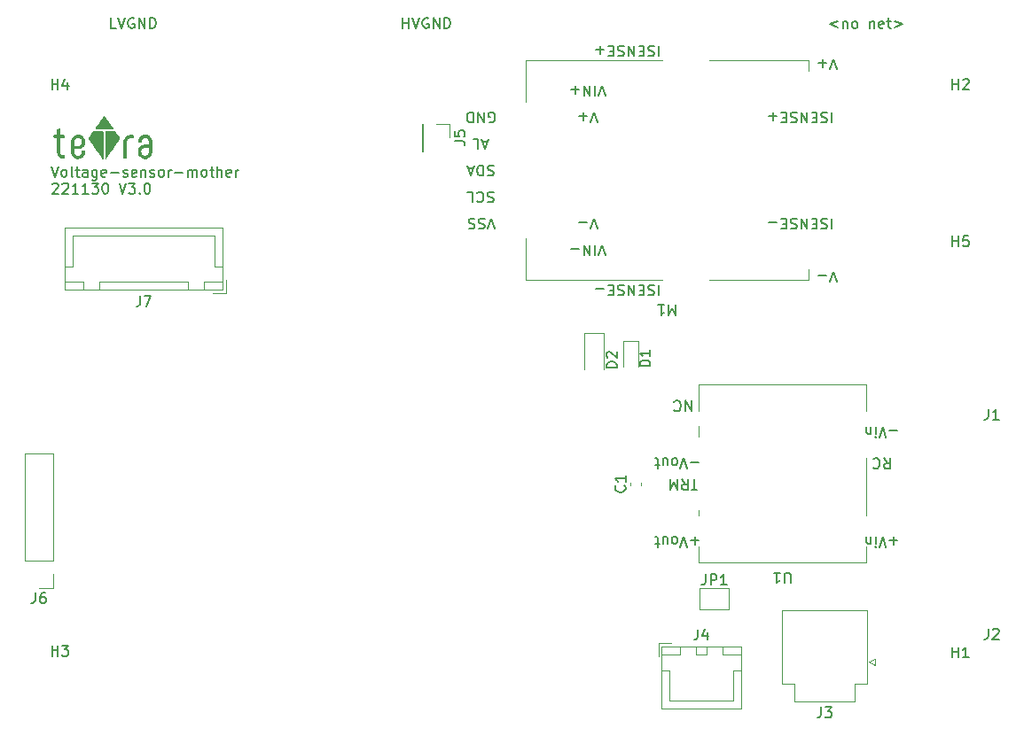
<source format=gbr>
%TF.GenerationSoftware,KiCad,Pcbnew,6.0.1-79c1e3a40b~116~ubuntu20.04.1*%
%TF.CreationDate,2022-11-30T14:03:44+09:00*%
%TF.ProjectId,Voltage-sensor-mother-board,566f6c74-6167-4652-9d73-656e736f722d,3.0*%
%TF.SameCoordinates,Original*%
%TF.FileFunction,Legend,Top*%
%TF.FilePolarity,Positive*%
%FSLAX46Y46*%
G04 Gerber Fmt 4.6, Leading zero omitted, Abs format (unit mm)*
G04 Created by KiCad (PCBNEW 6.0.1-79c1e3a40b~116~ubuntu20.04.1) date 2022-11-30 14:03:44*
%MOMM*%
%LPD*%
G01*
G04 APERTURE LIST*
%ADD10C,0.150000*%
%ADD11C,0.120000*%
%ADD12C,0.010000*%
G04 APERTURE END LIST*
D10*
X86761904Y-52452380D02*
X86761904Y-51452380D01*
X86761904Y-51928571D02*
X87333333Y-51928571D01*
X87333333Y-52452380D02*
X87333333Y-51452380D01*
X87666666Y-51452380D02*
X88000000Y-52452380D01*
X88333333Y-51452380D01*
X89190476Y-51500000D02*
X89095238Y-51452380D01*
X88952380Y-51452380D01*
X88809523Y-51500000D01*
X88714285Y-51595238D01*
X88666666Y-51690476D01*
X88619047Y-51880952D01*
X88619047Y-52023809D01*
X88666666Y-52214285D01*
X88714285Y-52309523D01*
X88809523Y-52404761D01*
X88952380Y-52452380D01*
X89047619Y-52452380D01*
X89190476Y-52404761D01*
X89238095Y-52357142D01*
X89238095Y-52023809D01*
X89047619Y-52023809D01*
X89666666Y-52452380D02*
X89666666Y-51452380D01*
X90238095Y-52452380D01*
X90238095Y-51452380D01*
X90714285Y-52452380D02*
X90714285Y-51452380D01*
X90952380Y-51452380D01*
X91095238Y-51500000D01*
X91190476Y-51595238D01*
X91238095Y-51690476D01*
X91285714Y-51880952D01*
X91285714Y-52023809D01*
X91238095Y-52214285D01*
X91190476Y-52309523D01*
X91095238Y-52404761D01*
X90952380Y-52452380D01*
X90714285Y-52452380D01*
X128309523Y-51785714D02*
X127547619Y-52071428D01*
X128309523Y-52357142D01*
X128785714Y-51785714D02*
X128785714Y-52452380D01*
X128785714Y-51880952D02*
X128833333Y-51833333D01*
X128928571Y-51785714D01*
X129071428Y-51785714D01*
X129166666Y-51833333D01*
X129214285Y-51928571D01*
X129214285Y-52452380D01*
X129833333Y-52452380D02*
X129738095Y-52404761D01*
X129690476Y-52357142D01*
X129642857Y-52261904D01*
X129642857Y-51976190D01*
X129690476Y-51880952D01*
X129738095Y-51833333D01*
X129833333Y-51785714D01*
X129976190Y-51785714D01*
X130071428Y-51833333D01*
X130119047Y-51880952D01*
X130166666Y-51976190D01*
X130166666Y-52261904D01*
X130119047Y-52357142D01*
X130071428Y-52404761D01*
X129976190Y-52452380D01*
X129833333Y-52452380D01*
X131357142Y-51785714D02*
X131357142Y-52452380D01*
X131357142Y-51880952D02*
X131404761Y-51833333D01*
X131500000Y-51785714D01*
X131642857Y-51785714D01*
X131738095Y-51833333D01*
X131785714Y-51928571D01*
X131785714Y-52452380D01*
X132642857Y-52404761D02*
X132547619Y-52452380D01*
X132357142Y-52452380D01*
X132261904Y-52404761D01*
X132214285Y-52309523D01*
X132214285Y-51928571D01*
X132261904Y-51833333D01*
X132357142Y-51785714D01*
X132547619Y-51785714D01*
X132642857Y-51833333D01*
X132690476Y-51928571D01*
X132690476Y-52023809D01*
X132214285Y-52119047D01*
X132976190Y-51785714D02*
X133357142Y-51785714D01*
X133119047Y-51452380D02*
X133119047Y-52309523D01*
X133166666Y-52404761D01*
X133261904Y-52452380D01*
X133357142Y-52452380D01*
X133690476Y-51785714D02*
X134452380Y-52071428D01*
X133690476Y-52357142D01*
X59357142Y-52452380D02*
X58880952Y-52452380D01*
X58880952Y-51452380D01*
X59547619Y-51452380D02*
X59880952Y-52452380D01*
X60214285Y-51452380D01*
X61071428Y-51500000D02*
X60976190Y-51452380D01*
X60833333Y-51452380D01*
X60690476Y-51500000D01*
X60595238Y-51595238D01*
X60547619Y-51690476D01*
X60500000Y-51880952D01*
X60500000Y-52023809D01*
X60547619Y-52214285D01*
X60595238Y-52309523D01*
X60690476Y-52404761D01*
X60833333Y-52452380D01*
X60928571Y-52452380D01*
X61071428Y-52404761D01*
X61119047Y-52357142D01*
X61119047Y-52023809D01*
X60928571Y-52023809D01*
X61547619Y-52452380D02*
X61547619Y-51452380D01*
X62119047Y-52452380D01*
X62119047Y-51452380D01*
X62595238Y-52452380D02*
X62595238Y-51452380D01*
X62833333Y-51452380D01*
X62976190Y-51500000D01*
X63071428Y-51595238D01*
X63119047Y-51690476D01*
X63166666Y-51880952D01*
X63166666Y-52023809D01*
X63119047Y-52214285D01*
X63071428Y-52309523D01*
X62976190Y-52404761D01*
X62833333Y-52452380D01*
X62595238Y-52452380D01*
X53192738Y-65647380D02*
X53526071Y-66647380D01*
X53859404Y-65647380D01*
X54335595Y-66647380D02*
X54240357Y-66599761D01*
X54192738Y-66552142D01*
X54145119Y-66456904D01*
X54145119Y-66171190D01*
X54192738Y-66075952D01*
X54240357Y-66028333D01*
X54335595Y-65980714D01*
X54478452Y-65980714D01*
X54573690Y-66028333D01*
X54621309Y-66075952D01*
X54668928Y-66171190D01*
X54668928Y-66456904D01*
X54621309Y-66552142D01*
X54573690Y-66599761D01*
X54478452Y-66647380D01*
X54335595Y-66647380D01*
X55240357Y-66647380D02*
X55145119Y-66599761D01*
X55097500Y-66504523D01*
X55097500Y-65647380D01*
X55478452Y-65980714D02*
X55859404Y-65980714D01*
X55621309Y-65647380D02*
X55621309Y-66504523D01*
X55668928Y-66599761D01*
X55764166Y-66647380D01*
X55859404Y-66647380D01*
X56621309Y-66647380D02*
X56621309Y-66123571D01*
X56573690Y-66028333D01*
X56478452Y-65980714D01*
X56287976Y-65980714D01*
X56192738Y-66028333D01*
X56621309Y-66599761D02*
X56526071Y-66647380D01*
X56287976Y-66647380D01*
X56192738Y-66599761D01*
X56145119Y-66504523D01*
X56145119Y-66409285D01*
X56192738Y-66314047D01*
X56287976Y-66266428D01*
X56526071Y-66266428D01*
X56621309Y-66218809D01*
X57526071Y-65980714D02*
X57526071Y-66790238D01*
X57478452Y-66885476D01*
X57430833Y-66933095D01*
X57335595Y-66980714D01*
X57192738Y-66980714D01*
X57097500Y-66933095D01*
X57526071Y-66599761D02*
X57430833Y-66647380D01*
X57240357Y-66647380D01*
X57145119Y-66599761D01*
X57097500Y-66552142D01*
X57049880Y-66456904D01*
X57049880Y-66171190D01*
X57097500Y-66075952D01*
X57145119Y-66028333D01*
X57240357Y-65980714D01*
X57430833Y-65980714D01*
X57526071Y-66028333D01*
X58383214Y-66599761D02*
X58287976Y-66647380D01*
X58097500Y-66647380D01*
X58002261Y-66599761D01*
X57954642Y-66504523D01*
X57954642Y-66123571D01*
X58002261Y-66028333D01*
X58097500Y-65980714D01*
X58287976Y-65980714D01*
X58383214Y-66028333D01*
X58430833Y-66123571D01*
X58430833Y-66218809D01*
X57954642Y-66314047D01*
X58859404Y-66266428D02*
X59621309Y-66266428D01*
X60049880Y-66599761D02*
X60145119Y-66647380D01*
X60335595Y-66647380D01*
X60430833Y-66599761D01*
X60478452Y-66504523D01*
X60478452Y-66456904D01*
X60430833Y-66361666D01*
X60335595Y-66314047D01*
X60192738Y-66314047D01*
X60097500Y-66266428D01*
X60049880Y-66171190D01*
X60049880Y-66123571D01*
X60097500Y-66028333D01*
X60192738Y-65980714D01*
X60335595Y-65980714D01*
X60430833Y-66028333D01*
X61287976Y-66599761D02*
X61192738Y-66647380D01*
X61002261Y-66647380D01*
X60907023Y-66599761D01*
X60859404Y-66504523D01*
X60859404Y-66123571D01*
X60907023Y-66028333D01*
X61002261Y-65980714D01*
X61192738Y-65980714D01*
X61287976Y-66028333D01*
X61335595Y-66123571D01*
X61335595Y-66218809D01*
X60859404Y-66314047D01*
X61764166Y-65980714D02*
X61764166Y-66647380D01*
X61764166Y-66075952D02*
X61811785Y-66028333D01*
X61907023Y-65980714D01*
X62049880Y-65980714D01*
X62145119Y-66028333D01*
X62192738Y-66123571D01*
X62192738Y-66647380D01*
X62621309Y-66599761D02*
X62716547Y-66647380D01*
X62907023Y-66647380D01*
X63002261Y-66599761D01*
X63049880Y-66504523D01*
X63049880Y-66456904D01*
X63002261Y-66361666D01*
X62907023Y-66314047D01*
X62764166Y-66314047D01*
X62668928Y-66266428D01*
X62621309Y-66171190D01*
X62621309Y-66123571D01*
X62668928Y-66028333D01*
X62764166Y-65980714D01*
X62907023Y-65980714D01*
X63002261Y-66028333D01*
X63621309Y-66647380D02*
X63526071Y-66599761D01*
X63478452Y-66552142D01*
X63430833Y-66456904D01*
X63430833Y-66171190D01*
X63478452Y-66075952D01*
X63526071Y-66028333D01*
X63621309Y-65980714D01*
X63764166Y-65980714D01*
X63859404Y-66028333D01*
X63907023Y-66075952D01*
X63954642Y-66171190D01*
X63954642Y-66456904D01*
X63907023Y-66552142D01*
X63859404Y-66599761D01*
X63764166Y-66647380D01*
X63621309Y-66647380D01*
X64383214Y-66647380D02*
X64383214Y-65980714D01*
X64383214Y-66171190D02*
X64430833Y-66075952D01*
X64478452Y-66028333D01*
X64573690Y-65980714D01*
X64668928Y-65980714D01*
X65002261Y-66266428D02*
X65764166Y-66266428D01*
X66240357Y-66647380D02*
X66240357Y-65980714D01*
X66240357Y-66075952D02*
X66287976Y-66028333D01*
X66383214Y-65980714D01*
X66526071Y-65980714D01*
X66621309Y-66028333D01*
X66668928Y-66123571D01*
X66668928Y-66647380D01*
X66668928Y-66123571D02*
X66716547Y-66028333D01*
X66811785Y-65980714D01*
X66954642Y-65980714D01*
X67049880Y-66028333D01*
X67097500Y-66123571D01*
X67097500Y-66647380D01*
X67716547Y-66647380D02*
X67621309Y-66599761D01*
X67573690Y-66552142D01*
X67526071Y-66456904D01*
X67526071Y-66171190D01*
X67573690Y-66075952D01*
X67621309Y-66028333D01*
X67716547Y-65980714D01*
X67859404Y-65980714D01*
X67954642Y-66028333D01*
X68002261Y-66075952D01*
X68049880Y-66171190D01*
X68049880Y-66456904D01*
X68002261Y-66552142D01*
X67954642Y-66599761D01*
X67859404Y-66647380D01*
X67716547Y-66647380D01*
X68335595Y-65980714D02*
X68716547Y-65980714D01*
X68478452Y-65647380D02*
X68478452Y-66504523D01*
X68526071Y-66599761D01*
X68621309Y-66647380D01*
X68716547Y-66647380D01*
X69049880Y-66647380D02*
X69049880Y-65647380D01*
X69478452Y-66647380D02*
X69478452Y-66123571D01*
X69430833Y-66028333D01*
X69335595Y-65980714D01*
X69192738Y-65980714D01*
X69097500Y-66028333D01*
X69049880Y-66075952D01*
X70335595Y-66599761D02*
X70240357Y-66647380D01*
X70049880Y-66647380D01*
X69954642Y-66599761D01*
X69907023Y-66504523D01*
X69907023Y-66123571D01*
X69954642Y-66028333D01*
X70049880Y-65980714D01*
X70240357Y-65980714D01*
X70335595Y-66028333D01*
X70383214Y-66123571D01*
X70383214Y-66218809D01*
X69907023Y-66314047D01*
X70811785Y-66647380D02*
X70811785Y-65980714D01*
X70811785Y-66171190D02*
X70859404Y-66075952D01*
X70907023Y-66028333D01*
X71002261Y-65980714D01*
X71097500Y-65980714D01*
X53287976Y-67352619D02*
X53335595Y-67305000D01*
X53430833Y-67257380D01*
X53668928Y-67257380D01*
X53764166Y-67305000D01*
X53811785Y-67352619D01*
X53859404Y-67447857D01*
X53859404Y-67543095D01*
X53811785Y-67685952D01*
X53240357Y-68257380D01*
X53859404Y-68257380D01*
X54240357Y-67352619D02*
X54287976Y-67305000D01*
X54383214Y-67257380D01*
X54621309Y-67257380D01*
X54716547Y-67305000D01*
X54764166Y-67352619D01*
X54811785Y-67447857D01*
X54811785Y-67543095D01*
X54764166Y-67685952D01*
X54192738Y-68257380D01*
X54811785Y-68257380D01*
X55764166Y-68257380D02*
X55192738Y-68257380D01*
X55478452Y-68257380D02*
X55478452Y-67257380D01*
X55383214Y-67400238D01*
X55287976Y-67495476D01*
X55192738Y-67543095D01*
X56716547Y-68257380D02*
X56145119Y-68257380D01*
X56430833Y-68257380D02*
X56430833Y-67257380D01*
X56335595Y-67400238D01*
X56240357Y-67495476D01*
X56145119Y-67543095D01*
X57049880Y-67257380D02*
X57668928Y-67257380D01*
X57335595Y-67638333D01*
X57478452Y-67638333D01*
X57573690Y-67685952D01*
X57621309Y-67733571D01*
X57668928Y-67828809D01*
X57668928Y-68066904D01*
X57621309Y-68162142D01*
X57573690Y-68209761D01*
X57478452Y-68257380D01*
X57192738Y-68257380D01*
X57097500Y-68209761D01*
X57049880Y-68162142D01*
X58287976Y-67257380D02*
X58383214Y-67257380D01*
X58478452Y-67305000D01*
X58526071Y-67352619D01*
X58573690Y-67447857D01*
X58621309Y-67638333D01*
X58621309Y-67876428D01*
X58573690Y-68066904D01*
X58526071Y-68162142D01*
X58478452Y-68209761D01*
X58383214Y-68257380D01*
X58287976Y-68257380D01*
X58192738Y-68209761D01*
X58145119Y-68162142D01*
X58097500Y-68066904D01*
X58049880Y-67876428D01*
X58049880Y-67638333D01*
X58097500Y-67447857D01*
X58145119Y-67352619D01*
X58192738Y-67305000D01*
X58287976Y-67257380D01*
X59668928Y-67257380D02*
X60002261Y-68257380D01*
X60335595Y-67257380D01*
X60573690Y-67257380D02*
X61192738Y-67257380D01*
X60859404Y-67638333D01*
X61002261Y-67638333D01*
X61097500Y-67685952D01*
X61145119Y-67733571D01*
X61192738Y-67828809D01*
X61192738Y-68066904D01*
X61145119Y-68162142D01*
X61097500Y-68209761D01*
X61002261Y-68257380D01*
X60716547Y-68257380D01*
X60621309Y-68209761D01*
X60573690Y-68162142D01*
X61621309Y-68162142D02*
X61668928Y-68209761D01*
X61621309Y-68257380D01*
X61573690Y-68209761D01*
X61621309Y-68162142D01*
X61621309Y-68257380D01*
X62287976Y-67257380D02*
X62383214Y-67257380D01*
X62478452Y-67305000D01*
X62526071Y-67352619D01*
X62573690Y-67447857D01*
X62621309Y-67638333D01*
X62621309Y-67876428D01*
X62573690Y-68066904D01*
X62526071Y-68162142D01*
X62478452Y-68209761D01*
X62383214Y-68257380D01*
X62287976Y-68257380D01*
X62192738Y-68209761D01*
X62145119Y-68162142D01*
X62097500Y-68066904D01*
X62049880Y-67876428D01*
X62049880Y-67638333D01*
X62097500Y-67447857D01*
X62145119Y-67352619D01*
X62192738Y-67305000D01*
X62287976Y-67257380D01*
%TO.C,H2*%
X139238095Y-58302380D02*
X139238095Y-57302380D01*
X139238095Y-57778571D02*
X139809523Y-57778571D01*
X139809523Y-58302380D02*
X139809523Y-57302380D01*
X140238095Y-57397619D02*
X140285714Y-57350000D01*
X140380952Y-57302380D01*
X140619047Y-57302380D01*
X140714285Y-57350000D01*
X140761904Y-57397619D01*
X140809523Y-57492857D01*
X140809523Y-57588095D01*
X140761904Y-57730952D01*
X140190476Y-58302380D01*
X140809523Y-58302380D01*
%TO.C,J6*%
X51666666Y-106402380D02*
X51666666Y-107116666D01*
X51619047Y-107259523D01*
X51523809Y-107354761D01*
X51380952Y-107402380D01*
X51285714Y-107402380D01*
X52571428Y-106402380D02*
X52380952Y-106402380D01*
X52285714Y-106450000D01*
X52238095Y-106497619D01*
X52142857Y-106640476D01*
X52095238Y-106830952D01*
X52095238Y-107211904D01*
X52142857Y-107307142D01*
X52190476Y-107354761D01*
X52285714Y-107402380D01*
X52476190Y-107402380D01*
X52571428Y-107354761D01*
X52619047Y-107307142D01*
X52666666Y-107211904D01*
X52666666Y-106973809D01*
X52619047Y-106878571D01*
X52571428Y-106830952D01*
X52476190Y-106783333D01*
X52285714Y-106783333D01*
X52190476Y-106830952D01*
X52142857Y-106878571D01*
X52095238Y-106973809D01*
%TO.C,H5*%
X139238095Y-73302380D02*
X139238095Y-72302380D01*
X139238095Y-72778571D02*
X139809523Y-72778571D01*
X139809523Y-73302380D02*
X139809523Y-72302380D01*
X140761904Y-72302380D02*
X140285714Y-72302380D01*
X140238095Y-72778571D01*
X140285714Y-72730952D01*
X140380952Y-72683333D01*
X140619047Y-72683333D01*
X140714285Y-72730952D01*
X140761904Y-72778571D01*
X140809523Y-72873809D01*
X140809523Y-73111904D01*
X140761904Y-73207142D01*
X140714285Y-73254761D01*
X140619047Y-73302380D01*
X140380952Y-73302380D01*
X140285714Y-73254761D01*
X140238095Y-73207142D01*
%TO.C,M1*%
X112809523Y-78882619D02*
X112809523Y-79882619D01*
X112476190Y-79168333D01*
X112142857Y-79882619D01*
X112142857Y-78882619D01*
X111142857Y-78882619D02*
X111714285Y-78882619D01*
X111428571Y-78882619D02*
X111428571Y-79882619D01*
X111523809Y-79739761D01*
X111619047Y-79644523D01*
X111714285Y-79596904D01*
X95505714Y-71627619D02*
X95172380Y-70627619D01*
X94839047Y-71627619D01*
X94553333Y-70675238D02*
X94410476Y-70627619D01*
X94172380Y-70627619D01*
X94077142Y-70675238D01*
X94029523Y-70722857D01*
X93981904Y-70818095D01*
X93981904Y-70913333D01*
X94029523Y-71008571D01*
X94077142Y-71056190D01*
X94172380Y-71103809D01*
X94362857Y-71151428D01*
X94458095Y-71199047D01*
X94505714Y-71246666D01*
X94553333Y-71341904D01*
X94553333Y-71437142D01*
X94505714Y-71532380D01*
X94458095Y-71580000D01*
X94362857Y-71627619D01*
X94124761Y-71627619D01*
X93981904Y-71580000D01*
X93600952Y-70675238D02*
X93458095Y-70627619D01*
X93220000Y-70627619D01*
X93124761Y-70675238D01*
X93077142Y-70722857D01*
X93029523Y-70818095D01*
X93029523Y-70913333D01*
X93077142Y-71008571D01*
X93124761Y-71056190D01*
X93220000Y-71103809D01*
X93410476Y-71151428D01*
X93505714Y-71199047D01*
X93553333Y-71246666D01*
X93600952Y-71341904D01*
X93600952Y-71437142D01*
X93553333Y-71532380D01*
X93505714Y-71580000D01*
X93410476Y-71627619D01*
X93172380Y-71627619D01*
X93029523Y-71580000D01*
X105332380Y-71627619D02*
X104999047Y-70627619D01*
X104665714Y-71627619D01*
X104332380Y-71008571D02*
X103570476Y-71008571D01*
X94981904Y-61420000D02*
X95077142Y-61467619D01*
X95220000Y-61467619D01*
X95362857Y-61420000D01*
X95458095Y-61324761D01*
X95505714Y-61229523D01*
X95553333Y-61039047D01*
X95553333Y-60896190D01*
X95505714Y-60705714D01*
X95458095Y-60610476D01*
X95362857Y-60515238D01*
X95220000Y-60467619D01*
X95124761Y-60467619D01*
X94981904Y-60515238D01*
X94934285Y-60562857D01*
X94934285Y-60896190D01*
X95124761Y-60896190D01*
X94505714Y-60467619D02*
X94505714Y-61467619D01*
X93934285Y-60467619D01*
X93934285Y-61467619D01*
X93458095Y-60467619D02*
X93458095Y-61467619D01*
X93220000Y-61467619D01*
X93077142Y-61420000D01*
X92981904Y-61324761D01*
X92934285Y-61229523D01*
X92886666Y-61039047D01*
X92886666Y-60896190D01*
X92934285Y-60705714D01*
X92981904Y-60610476D01*
X93077142Y-60515238D01*
X93220000Y-60467619D01*
X93458095Y-60467619D01*
X127700000Y-70627619D02*
X127700000Y-71627619D01*
X127271428Y-70675238D02*
X127128571Y-70627619D01*
X126890476Y-70627619D01*
X126795238Y-70675238D01*
X126747619Y-70722857D01*
X126700000Y-70818095D01*
X126700000Y-70913333D01*
X126747619Y-71008571D01*
X126795238Y-71056190D01*
X126890476Y-71103809D01*
X127080952Y-71151428D01*
X127176190Y-71199047D01*
X127223809Y-71246666D01*
X127271428Y-71341904D01*
X127271428Y-71437142D01*
X127223809Y-71532380D01*
X127176190Y-71580000D01*
X127080952Y-71627619D01*
X126842857Y-71627619D01*
X126700000Y-71580000D01*
X126271428Y-71151428D02*
X125938095Y-71151428D01*
X125795238Y-70627619D02*
X126271428Y-70627619D01*
X126271428Y-71627619D01*
X125795238Y-71627619D01*
X125366666Y-70627619D02*
X125366666Y-71627619D01*
X124795238Y-70627619D01*
X124795238Y-71627619D01*
X124366666Y-70675238D02*
X124223809Y-70627619D01*
X123985714Y-70627619D01*
X123890476Y-70675238D01*
X123842857Y-70722857D01*
X123795238Y-70818095D01*
X123795238Y-70913333D01*
X123842857Y-71008571D01*
X123890476Y-71056190D01*
X123985714Y-71103809D01*
X124176190Y-71151428D01*
X124271428Y-71199047D01*
X124319047Y-71246666D01*
X124366666Y-71341904D01*
X124366666Y-71437142D01*
X124319047Y-71532380D01*
X124271428Y-71580000D01*
X124176190Y-71627619D01*
X123938095Y-71627619D01*
X123795238Y-71580000D01*
X123366666Y-71151428D02*
X123033333Y-71151428D01*
X122890476Y-70627619D02*
X123366666Y-70627619D01*
X123366666Y-71627619D01*
X122890476Y-71627619D01*
X122461904Y-71008571D02*
X121700000Y-71008571D01*
X111190000Y-54117619D02*
X111190000Y-55117619D01*
X110761428Y-54165238D02*
X110618571Y-54117619D01*
X110380476Y-54117619D01*
X110285238Y-54165238D01*
X110237619Y-54212857D01*
X110190000Y-54308095D01*
X110190000Y-54403333D01*
X110237619Y-54498571D01*
X110285238Y-54546190D01*
X110380476Y-54593809D01*
X110570952Y-54641428D01*
X110666190Y-54689047D01*
X110713809Y-54736666D01*
X110761428Y-54831904D01*
X110761428Y-54927142D01*
X110713809Y-55022380D01*
X110666190Y-55070000D01*
X110570952Y-55117619D01*
X110332857Y-55117619D01*
X110190000Y-55070000D01*
X109761428Y-54641428D02*
X109428095Y-54641428D01*
X109285238Y-54117619D02*
X109761428Y-54117619D01*
X109761428Y-55117619D01*
X109285238Y-55117619D01*
X108856666Y-54117619D02*
X108856666Y-55117619D01*
X108285238Y-54117619D01*
X108285238Y-55117619D01*
X107856666Y-54165238D02*
X107713809Y-54117619D01*
X107475714Y-54117619D01*
X107380476Y-54165238D01*
X107332857Y-54212857D01*
X107285238Y-54308095D01*
X107285238Y-54403333D01*
X107332857Y-54498571D01*
X107380476Y-54546190D01*
X107475714Y-54593809D01*
X107666190Y-54641428D01*
X107761428Y-54689047D01*
X107809047Y-54736666D01*
X107856666Y-54831904D01*
X107856666Y-54927142D01*
X107809047Y-55022380D01*
X107761428Y-55070000D01*
X107666190Y-55117619D01*
X107428095Y-55117619D01*
X107285238Y-55070000D01*
X106856666Y-54641428D02*
X106523333Y-54641428D01*
X106380476Y-54117619D02*
X106856666Y-54117619D01*
X106856666Y-55117619D01*
X106380476Y-55117619D01*
X105951904Y-54498571D02*
X105190000Y-54498571D01*
X105570952Y-54117619D02*
X105570952Y-54879523D01*
X106094285Y-74167619D02*
X105760952Y-73167619D01*
X105427619Y-74167619D01*
X105094285Y-73167619D02*
X105094285Y-74167619D01*
X104618095Y-73167619D02*
X104618095Y-74167619D01*
X104046666Y-73167619D01*
X104046666Y-74167619D01*
X103570476Y-73548571D02*
X102808571Y-73548571D01*
X128192380Y-56387619D02*
X127859047Y-55387619D01*
X127525714Y-56387619D01*
X127192380Y-55768571D02*
X126430476Y-55768571D01*
X126811428Y-55387619D02*
X126811428Y-56149523D01*
X95410476Y-68135238D02*
X95267619Y-68087619D01*
X95029523Y-68087619D01*
X94934285Y-68135238D01*
X94886666Y-68182857D01*
X94839047Y-68278095D01*
X94839047Y-68373333D01*
X94886666Y-68468571D01*
X94934285Y-68516190D01*
X95029523Y-68563809D01*
X95220000Y-68611428D01*
X95315238Y-68659047D01*
X95362857Y-68706666D01*
X95410476Y-68801904D01*
X95410476Y-68897142D01*
X95362857Y-68992380D01*
X95315238Y-69040000D01*
X95220000Y-69087619D01*
X94981904Y-69087619D01*
X94839047Y-69040000D01*
X93839047Y-68182857D02*
X93886666Y-68135238D01*
X94029523Y-68087619D01*
X94124761Y-68087619D01*
X94267619Y-68135238D01*
X94362857Y-68230476D01*
X94410476Y-68325714D01*
X94458095Y-68516190D01*
X94458095Y-68659047D01*
X94410476Y-68849523D01*
X94362857Y-68944761D01*
X94267619Y-69040000D01*
X94124761Y-69087619D01*
X94029523Y-69087619D01*
X93886666Y-69040000D01*
X93839047Y-68992380D01*
X92934285Y-68087619D02*
X93410476Y-68087619D01*
X93410476Y-69087619D01*
X106094285Y-58927619D02*
X105760952Y-57927619D01*
X105427619Y-58927619D01*
X105094285Y-57927619D02*
X105094285Y-58927619D01*
X104618095Y-57927619D02*
X104618095Y-58927619D01*
X104046666Y-57927619D01*
X104046666Y-58927619D01*
X103570476Y-58308571D02*
X102808571Y-58308571D01*
X103189523Y-57927619D02*
X103189523Y-58689523D01*
X111190000Y-76977619D02*
X111190000Y-77977619D01*
X110761428Y-77025238D02*
X110618571Y-76977619D01*
X110380476Y-76977619D01*
X110285238Y-77025238D01*
X110237619Y-77072857D01*
X110190000Y-77168095D01*
X110190000Y-77263333D01*
X110237619Y-77358571D01*
X110285238Y-77406190D01*
X110380476Y-77453809D01*
X110570952Y-77501428D01*
X110666190Y-77549047D01*
X110713809Y-77596666D01*
X110761428Y-77691904D01*
X110761428Y-77787142D01*
X110713809Y-77882380D01*
X110666190Y-77930000D01*
X110570952Y-77977619D01*
X110332857Y-77977619D01*
X110190000Y-77930000D01*
X109761428Y-77501428D02*
X109428095Y-77501428D01*
X109285238Y-76977619D02*
X109761428Y-76977619D01*
X109761428Y-77977619D01*
X109285238Y-77977619D01*
X108856666Y-76977619D02*
X108856666Y-77977619D01*
X108285238Y-76977619D01*
X108285238Y-77977619D01*
X107856666Y-77025238D02*
X107713809Y-76977619D01*
X107475714Y-76977619D01*
X107380476Y-77025238D01*
X107332857Y-77072857D01*
X107285238Y-77168095D01*
X107285238Y-77263333D01*
X107332857Y-77358571D01*
X107380476Y-77406190D01*
X107475714Y-77453809D01*
X107666190Y-77501428D01*
X107761428Y-77549047D01*
X107809047Y-77596666D01*
X107856666Y-77691904D01*
X107856666Y-77787142D01*
X107809047Y-77882380D01*
X107761428Y-77930000D01*
X107666190Y-77977619D01*
X107428095Y-77977619D01*
X107285238Y-77930000D01*
X106856666Y-77501428D02*
X106523333Y-77501428D01*
X106380476Y-76977619D02*
X106856666Y-76977619D01*
X106856666Y-77977619D01*
X106380476Y-77977619D01*
X105951904Y-77358571D02*
X105190000Y-77358571D01*
X127700000Y-60467619D02*
X127700000Y-61467619D01*
X127271428Y-60515238D02*
X127128571Y-60467619D01*
X126890476Y-60467619D01*
X126795238Y-60515238D01*
X126747619Y-60562857D01*
X126700000Y-60658095D01*
X126700000Y-60753333D01*
X126747619Y-60848571D01*
X126795238Y-60896190D01*
X126890476Y-60943809D01*
X127080952Y-60991428D01*
X127176190Y-61039047D01*
X127223809Y-61086666D01*
X127271428Y-61181904D01*
X127271428Y-61277142D01*
X127223809Y-61372380D01*
X127176190Y-61420000D01*
X127080952Y-61467619D01*
X126842857Y-61467619D01*
X126700000Y-61420000D01*
X126271428Y-60991428D02*
X125938095Y-60991428D01*
X125795238Y-60467619D02*
X126271428Y-60467619D01*
X126271428Y-61467619D01*
X125795238Y-61467619D01*
X125366666Y-60467619D02*
X125366666Y-61467619D01*
X124795238Y-60467619D01*
X124795238Y-61467619D01*
X124366666Y-60515238D02*
X124223809Y-60467619D01*
X123985714Y-60467619D01*
X123890476Y-60515238D01*
X123842857Y-60562857D01*
X123795238Y-60658095D01*
X123795238Y-60753333D01*
X123842857Y-60848571D01*
X123890476Y-60896190D01*
X123985714Y-60943809D01*
X124176190Y-60991428D01*
X124271428Y-61039047D01*
X124319047Y-61086666D01*
X124366666Y-61181904D01*
X124366666Y-61277142D01*
X124319047Y-61372380D01*
X124271428Y-61420000D01*
X124176190Y-61467619D01*
X123938095Y-61467619D01*
X123795238Y-61420000D01*
X123366666Y-60991428D02*
X123033333Y-60991428D01*
X122890476Y-60467619D02*
X123366666Y-60467619D01*
X123366666Y-61467619D01*
X122890476Y-61467619D01*
X122461904Y-60848571D02*
X121700000Y-60848571D01*
X122080952Y-60467619D02*
X122080952Y-61229523D01*
X95434285Y-65595238D02*
X95291428Y-65547619D01*
X95053333Y-65547619D01*
X94958095Y-65595238D01*
X94910476Y-65642857D01*
X94862857Y-65738095D01*
X94862857Y-65833333D01*
X94910476Y-65928571D01*
X94958095Y-65976190D01*
X95053333Y-66023809D01*
X95243809Y-66071428D01*
X95339047Y-66119047D01*
X95386666Y-66166666D01*
X95434285Y-66261904D01*
X95434285Y-66357142D01*
X95386666Y-66452380D01*
X95339047Y-66500000D01*
X95243809Y-66547619D01*
X95005714Y-66547619D01*
X94862857Y-66500000D01*
X94434285Y-65547619D02*
X94434285Y-66547619D01*
X94196190Y-66547619D01*
X94053333Y-66500000D01*
X93958095Y-66404761D01*
X93910476Y-66309523D01*
X93862857Y-66119047D01*
X93862857Y-65976190D01*
X93910476Y-65785714D01*
X93958095Y-65690476D01*
X94053333Y-65595238D01*
X94196190Y-65547619D01*
X94434285Y-65547619D01*
X93481904Y-65833333D02*
X93005714Y-65833333D01*
X93577142Y-65547619D02*
X93243809Y-66547619D01*
X92910476Y-65547619D01*
X128192380Y-76707619D02*
X127859047Y-75707619D01*
X127525714Y-76707619D01*
X127192380Y-76088571D02*
X126430476Y-76088571D01*
X94862857Y-63293333D02*
X94386666Y-63293333D01*
X94958095Y-63007619D02*
X94624761Y-64007619D01*
X94291428Y-63007619D01*
X93481904Y-63007619D02*
X93958095Y-63007619D01*
X93958095Y-64007619D01*
X105332380Y-61467619D02*
X104999047Y-60467619D01*
X104665714Y-61467619D01*
X104332380Y-60848571D02*
X103570476Y-60848571D01*
X103951428Y-60467619D02*
X103951428Y-61229523D01*
%TO.C,J5*%
X91687380Y-63221333D02*
X92401666Y-63221333D01*
X92544523Y-63268952D01*
X92639761Y-63364190D01*
X92687380Y-63507047D01*
X92687380Y-63602285D01*
X91687380Y-62268952D02*
X91687380Y-62745142D01*
X92163571Y-62792761D01*
X92115952Y-62745142D01*
X92068333Y-62649904D01*
X92068333Y-62411809D01*
X92115952Y-62316571D01*
X92163571Y-62268952D01*
X92258809Y-62221333D01*
X92496904Y-62221333D01*
X92592142Y-62268952D01*
X92639761Y-62316571D01*
X92687380Y-62411809D01*
X92687380Y-62649904D01*
X92639761Y-62745142D01*
X92592142Y-62792761D01*
%TO.C,J3*%
X126686666Y-117352380D02*
X126686666Y-118066666D01*
X126639047Y-118209523D01*
X126543809Y-118304761D01*
X126400952Y-118352380D01*
X126305714Y-118352380D01*
X127067619Y-117352380D02*
X127686666Y-117352380D01*
X127353333Y-117733333D01*
X127496190Y-117733333D01*
X127591428Y-117780952D01*
X127639047Y-117828571D01*
X127686666Y-117923809D01*
X127686666Y-118161904D01*
X127639047Y-118257142D01*
X127591428Y-118304761D01*
X127496190Y-118352380D01*
X127210476Y-118352380D01*
X127115238Y-118304761D01*
X127067619Y-118257142D01*
%TO.C,U1*%
X123761904Y-105497619D02*
X123761904Y-104688095D01*
X123714285Y-104592857D01*
X123666666Y-104545238D01*
X123571428Y-104497619D01*
X123380952Y-104497619D01*
X123285714Y-104545238D01*
X123238095Y-104592857D01*
X123190476Y-104688095D01*
X123190476Y-105497619D01*
X122190476Y-104497619D02*
X122761904Y-104497619D01*
X122476190Y-104497619D02*
X122476190Y-105497619D01*
X122571428Y-105354761D01*
X122666666Y-105259523D01*
X122761904Y-105211904D01*
X114285714Y-88047619D02*
X114285714Y-89047619D01*
X113714285Y-88047619D01*
X113714285Y-89047619D01*
X112666666Y-88142857D02*
X112714285Y-88095238D01*
X112857142Y-88047619D01*
X112952380Y-88047619D01*
X113095238Y-88095238D01*
X113190476Y-88190476D01*
X113238095Y-88285714D01*
X113285714Y-88476190D01*
X113285714Y-88619047D01*
X113238095Y-88809523D01*
X113190476Y-88904761D01*
X113095238Y-89000000D01*
X112952380Y-89047619D01*
X112857142Y-89047619D01*
X112714285Y-89000000D01*
X112666666Y-88952380D01*
X134000000Y-90928571D02*
X133238095Y-90928571D01*
X132904761Y-91547619D02*
X132571428Y-90547619D01*
X132238095Y-91547619D01*
X131904761Y-90547619D02*
X131904761Y-91214285D01*
X131904761Y-91547619D02*
X131952380Y-91500000D01*
X131904761Y-91452380D01*
X131857142Y-91500000D01*
X131904761Y-91547619D01*
X131904761Y-91452380D01*
X131428571Y-91214285D02*
X131428571Y-90547619D01*
X131428571Y-91119047D02*
X131380952Y-91166666D01*
X131285714Y-91214285D01*
X131142857Y-91214285D01*
X131047619Y-91166666D01*
X131000000Y-91071428D01*
X131000000Y-90547619D01*
X132690476Y-93547619D02*
X133023809Y-94023809D01*
X133261904Y-93547619D02*
X133261904Y-94547619D01*
X132880952Y-94547619D01*
X132785714Y-94500000D01*
X132738095Y-94452380D01*
X132690476Y-94357142D01*
X132690476Y-94214285D01*
X132738095Y-94119047D01*
X132785714Y-94071428D01*
X132880952Y-94023809D01*
X133261904Y-94023809D01*
X131690476Y-93642857D02*
X131738095Y-93595238D01*
X131880952Y-93547619D01*
X131976190Y-93547619D01*
X132119047Y-93595238D01*
X132214285Y-93690476D01*
X132261904Y-93785714D01*
X132309523Y-93976190D01*
X132309523Y-94119047D01*
X132261904Y-94309523D01*
X132214285Y-94404761D01*
X132119047Y-94500000D01*
X131976190Y-94547619D01*
X131880952Y-94547619D01*
X131738095Y-94500000D01*
X131690476Y-94452380D01*
X115000000Y-93928571D02*
X114238095Y-93928571D01*
X113904761Y-94547619D02*
X113571428Y-93547619D01*
X113238095Y-94547619D01*
X112761904Y-93547619D02*
X112857142Y-93595238D01*
X112904761Y-93642857D01*
X112952380Y-93738095D01*
X112952380Y-94023809D01*
X112904761Y-94119047D01*
X112857142Y-94166666D01*
X112761904Y-94214285D01*
X112619047Y-94214285D01*
X112523809Y-94166666D01*
X112476190Y-94119047D01*
X112428571Y-94023809D01*
X112428571Y-93738095D01*
X112476190Y-93642857D01*
X112523809Y-93595238D01*
X112619047Y-93547619D01*
X112761904Y-93547619D01*
X111571428Y-94214285D02*
X111571428Y-93547619D01*
X112000000Y-94214285D02*
X112000000Y-93690476D01*
X111952380Y-93595238D01*
X111857142Y-93547619D01*
X111714285Y-93547619D01*
X111619047Y-93595238D01*
X111571428Y-93642857D01*
X111238095Y-94214285D02*
X110857142Y-94214285D01*
X111095238Y-94547619D02*
X111095238Y-93690476D01*
X111047619Y-93595238D01*
X110952380Y-93547619D01*
X110857142Y-93547619D01*
X114857142Y-96547619D02*
X114285714Y-96547619D01*
X114571428Y-95547619D02*
X114571428Y-96547619D01*
X113380952Y-95547619D02*
X113714285Y-96023809D01*
X113952380Y-95547619D02*
X113952380Y-96547619D01*
X113571428Y-96547619D01*
X113476190Y-96500000D01*
X113428571Y-96452380D01*
X113380952Y-96357142D01*
X113380952Y-96214285D01*
X113428571Y-96119047D01*
X113476190Y-96071428D01*
X113571428Y-96023809D01*
X113952380Y-96023809D01*
X112952380Y-95547619D02*
X112952380Y-96547619D01*
X112619047Y-95833333D01*
X112285714Y-96547619D01*
X112285714Y-95547619D01*
X115000000Y-101428571D02*
X114238095Y-101428571D01*
X114619047Y-101047619D02*
X114619047Y-101809523D01*
X113904761Y-102047619D02*
X113571428Y-101047619D01*
X113238095Y-102047619D01*
X112761904Y-101047619D02*
X112857142Y-101095238D01*
X112904761Y-101142857D01*
X112952380Y-101238095D01*
X112952380Y-101523809D01*
X112904761Y-101619047D01*
X112857142Y-101666666D01*
X112761904Y-101714285D01*
X112619047Y-101714285D01*
X112523809Y-101666666D01*
X112476190Y-101619047D01*
X112428571Y-101523809D01*
X112428571Y-101238095D01*
X112476190Y-101142857D01*
X112523809Y-101095238D01*
X112619047Y-101047619D01*
X112761904Y-101047619D01*
X111571428Y-101714285D02*
X111571428Y-101047619D01*
X112000000Y-101714285D02*
X112000000Y-101190476D01*
X111952380Y-101095238D01*
X111857142Y-101047619D01*
X111714285Y-101047619D01*
X111619047Y-101095238D01*
X111571428Y-101142857D01*
X111238095Y-101714285D02*
X110857142Y-101714285D01*
X111095238Y-102047619D02*
X111095238Y-101190476D01*
X111047619Y-101095238D01*
X110952380Y-101047619D01*
X110857142Y-101047619D01*
X134000000Y-101428571D02*
X133238095Y-101428571D01*
X133619047Y-101047619D02*
X133619047Y-101809523D01*
X132904761Y-102047619D02*
X132571428Y-101047619D01*
X132238095Y-102047619D01*
X131904761Y-101047619D02*
X131904761Y-101714285D01*
X131904761Y-102047619D02*
X131952380Y-102000000D01*
X131904761Y-101952380D01*
X131857142Y-102000000D01*
X131904761Y-102047619D01*
X131904761Y-101952380D01*
X131428571Y-101714285D02*
X131428571Y-101047619D01*
X131428571Y-101619047D02*
X131380952Y-101666666D01*
X131285714Y-101714285D01*
X131142857Y-101714285D01*
X131047619Y-101666666D01*
X131000000Y-101571428D01*
X131000000Y-101047619D01*
%TO.C,D1*%
X110382380Y-84738095D02*
X109382380Y-84738095D01*
X109382380Y-84500000D01*
X109430000Y-84357142D01*
X109525238Y-84261904D01*
X109620476Y-84214285D01*
X109810952Y-84166666D01*
X109953809Y-84166666D01*
X110144285Y-84214285D01*
X110239523Y-84261904D01*
X110334761Y-84357142D01*
X110382380Y-84500000D01*
X110382380Y-84738095D01*
X110382380Y-83214285D02*
X110382380Y-83785714D01*
X110382380Y-83500000D02*
X109382380Y-83500000D01*
X109525238Y-83595238D01*
X109620476Y-83690476D01*
X109668095Y-83785714D01*
%TO.C,J2*%
X142666666Y-109852380D02*
X142666666Y-110566666D01*
X142619047Y-110709523D01*
X142523809Y-110804761D01*
X142380952Y-110852380D01*
X142285714Y-110852380D01*
X143095238Y-109947619D02*
X143142857Y-109900000D01*
X143238095Y-109852380D01*
X143476190Y-109852380D01*
X143571428Y-109900000D01*
X143619047Y-109947619D01*
X143666666Y-110042857D01*
X143666666Y-110138095D01*
X143619047Y-110280952D01*
X143047619Y-110852380D01*
X143666666Y-110852380D01*
%TO.C,J4*%
X114916666Y-109902380D02*
X114916666Y-110616666D01*
X114869047Y-110759523D01*
X114773809Y-110854761D01*
X114630952Y-110902380D01*
X114535714Y-110902380D01*
X115821428Y-110235714D02*
X115821428Y-110902380D01*
X115583333Y-109854761D02*
X115345238Y-110569047D01*
X115964285Y-110569047D01*
%TO.C,H1*%
X139238095Y-112602380D02*
X139238095Y-111602380D01*
X139238095Y-112078571D02*
X139809523Y-112078571D01*
X139809523Y-112602380D02*
X139809523Y-111602380D01*
X140809523Y-112602380D02*
X140238095Y-112602380D01*
X140523809Y-112602380D02*
X140523809Y-111602380D01*
X140428571Y-111745238D01*
X140333333Y-111840476D01*
X140238095Y-111888095D01*
%TO.C,J1*%
X142666666Y-88852380D02*
X142666666Y-89566666D01*
X142619047Y-89709523D01*
X142523809Y-89804761D01*
X142380952Y-89852380D01*
X142285714Y-89852380D01*
X143666666Y-89852380D02*
X143095238Y-89852380D01*
X143380952Y-89852380D02*
X143380952Y-88852380D01*
X143285714Y-88995238D01*
X143190476Y-89090476D01*
X143095238Y-89138095D01*
%TO.C,D2*%
X107202380Y-84888095D02*
X106202380Y-84888095D01*
X106202380Y-84650000D01*
X106250000Y-84507142D01*
X106345238Y-84411904D01*
X106440476Y-84364285D01*
X106630952Y-84316666D01*
X106773809Y-84316666D01*
X106964285Y-84364285D01*
X107059523Y-84411904D01*
X107154761Y-84507142D01*
X107202380Y-84650000D01*
X107202380Y-84888095D01*
X106297619Y-83935714D02*
X106250000Y-83888095D01*
X106202380Y-83792857D01*
X106202380Y-83554761D01*
X106250000Y-83459523D01*
X106297619Y-83411904D01*
X106392857Y-83364285D01*
X106488095Y-83364285D01*
X106630952Y-83411904D01*
X107202380Y-83983333D01*
X107202380Y-83364285D01*
%TO.C,H4*%
X53238095Y-58302380D02*
X53238095Y-57302380D01*
X53238095Y-57778571D02*
X53809523Y-57778571D01*
X53809523Y-58302380D02*
X53809523Y-57302380D01*
X54714285Y-57635714D02*
X54714285Y-58302380D01*
X54476190Y-57254761D02*
X54238095Y-57969047D01*
X54857142Y-57969047D01*
%TO.C,JP1*%
X115666666Y-104652380D02*
X115666666Y-105366666D01*
X115619047Y-105509523D01*
X115523809Y-105604761D01*
X115380952Y-105652380D01*
X115285714Y-105652380D01*
X116142857Y-105652380D02*
X116142857Y-104652380D01*
X116523809Y-104652380D01*
X116619047Y-104700000D01*
X116666666Y-104747619D01*
X116714285Y-104842857D01*
X116714285Y-104985714D01*
X116666666Y-105080952D01*
X116619047Y-105128571D01*
X116523809Y-105176190D01*
X116142857Y-105176190D01*
X117666666Y-105652380D02*
X117095238Y-105652380D01*
X117380952Y-105652380D02*
X117380952Y-104652380D01*
X117285714Y-104795238D01*
X117190476Y-104890476D01*
X117095238Y-104938095D01*
%TO.C,H3*%
X53238095Y-112452380D02*
X53238095Y-111452380D01*
X53238095Y-111928571D02*
X53809523Y-111928571D01*
X53809523Y-112452380D02*
X53809523Y-111452380D01*
X54190476Y-111452380D02*
X54809523Y-111452380D01*
X54476190Y-111833333D01*
X54619047Y-111833333D01*
X54714285Y-111880952D01*
X54761904Y-111928571D01*
X54809523Y-112023809D01*
X54809523Y-112261904D01*
X54761904Y-112357142D01*
X54714285Y-112404761D01*
X54619047Y-112452380D01*
X54333333Y-112452380D01*
X54238095Y-112404761D01*
X54190476Y-112357142D01*
%TO.C,C1*%
X107927142Y-96166666D02*
X107974761Y-96214285D01*
X108022380Y-96357142D01*
X108022380Y-96452380D01*
X107974761Y-96595238D01*
X107879523Y-96690476D01*
X107784285Y-96738095D01*
X107593809Y-96785714D01*
X107450952Y-96785714D01*
X107260476Y-96738095D01*
X107165238Y-96690476D01*
X107070000Y-96595238D01*
X107022380Y-96452380D01*
X107022380Y-96357142D01*
X107070000Y-96214285D01*
X107117619Y-96166666D01*
X108022380Y-95214285D02*
X108022380Y-95785714D01*
X108022380Y-95500000D02*
X107022380Y-95500000D01*
X107165238Y-95595238D01*
X107260476Y-95690476D01*
X107308095Y-95785714D01*
%TO.C,J7*%
X61666666Y-78002380D02*
X61666666Y-78716666D01*
X61619047Y-78859523D01*
X61523809Y-78954761D01*
X61380952Y-79002380D01*
X61285714Y-79002380D01*
X62047619Y-78002380D02*
X62714285Y-78002380D01*
X62285714Y-79002380D01*
D11*
%TO.C,J6*%
X53330000Y-104620000D02*
X53330000Y-105950000D01*
X53330000Y-103350000D02*
X50670000Y-103350000D01*
X53330000Y-103350000D02*
X53330000Y-93130000D01*
X53330000Y-105950000D02*
X52000000Y-105950000D01*
X50670000Y-103350000D02*
X50670000Y-93130000D01*
X53330000Y-93130000D02*
X50670000Y-93130000D01*
%TO.C,M1*%
X125500000Y-75500000D02*
X125500000Y-76500000D01*
X98500000Y-76500000D02*
X98500000Y-72500000D01*
X125500000Y-76500000D02*
X116000000Y-76500000D01*
X125500000Y-55500000D02*
X125500000Y-56500000D01*
X111500000Y-76500000D02*
X98500000Y-76500000D01*
X116000000Y-55500000D02*
X125500000Y-55500000D01*
X98500000Y-59500000D02*
X98500000Y-55500000D01*
X98500000Y-55500000D02*
X111500000Y-55500000D01*
%TO.C,J5*%
X91235000Y-61558000D02*
X91235000Y-62888000D01*
X88575000Y-61558000D02*
X88575000Y-64218000D01*
X88635000Y-61558000D02*
X88575000Y-61558000D01*
X89905000Y-61558000D02*
X91235000Y-61558000D01*
X88635000Y-61558000D02*
X88635000Y-64218000D01*
X88635000Y-64218000D02*
X88575000Y-64218000D01*
%TO.C,J3*%
X124180000Y-115110000D02*
X122980000Y-115110000D01*
X122980000Y-115110000D02*
X122980000Y-108090000D01*
X131060000Y-108090000D02*
X131060000Y-115110000D01*
X131860000Y-113300000D02*
X131260000Y-113000000D01*
X129860000Y-116810000D02*
X124180000Y-116810000D01*
X129860000Y-115110000D02*
X129860000Y-116810000D01*
X131060000Y-115110000D02*
X129860000Y-115110000D01*
X131260000Y-113000000D02*
X131860000Y-112700000D01*
X122980000Y-108090000D02*
X131060000Y-108090000D01*
X124180000Y-116810000D02*
X124180000Y-115110000D01*
X131860000Y-112700000D02*
X131860000Y-113300000D01*
%TO.C,U1*%
X131000000Y-103500000D02*
X115000000Y-103500000D01*
X115000000Y-103500000D02*
X115000000Y-102000000D01*
X131000000Y-86500000D02*
X131000000Y-89000000D01*
X115000000Y-91500000D02*
X115000000Y-90500000D01*
X115000000Y-99000000D02*
X115000000Y-98500000D01*
X131000000Y-99000000D02*
X131000000Y-93500000D01*
X115000000Y-86500000D02*
X131000000Y-86500000D01*
X131000000Y-102000000D02*
X131000000Y-103500000D01*
X115000000Y-89000000D02*
X115000000Y-86500000D01*
%TO.C,D1*%
X107765000Y-82340000D02*
X107765000Y-84800000D01*
X109235000Y-82340000D02*
X107765000Y-82340000D01*
X109235000Y-84800000D02*
X109235000Y-82340000D01*
%TO.C,J4*%
X119060000Y-111540000D02*
X111440000Y-111540000D01*
X119050000Y-112300000D02*
X119050000Y-111550000D01*
X119050000Y-113800000D02*
X118300000Y-113800000D01*
X111450000Y-111550000D02*
X111450000Y-112300000D01*
X118300000Y-113800000D02*
X118300000Y-116750000D01*
X111450000Y-112300000D02*
X113250000Y-112300000D01*
X113250000Y-112300000D02*
X113250000Y-111550000D01*
X119060000Y-117510000D02*
X119060000Y-111540000D01*
X114750000Y-112300000D02*
X115750000Y-112300000D01*
X115750000Y-112300000D02*
X115750000Y-111550000D01*
X111440000Y-117510000D02*
X119060000Y-117510000D01*
X113250000Y-111550000D02*
X111450000Y-111550000D01*
X112400000Y-111250000D02*
X111150000Y-111250000D01*
X119050000Y-111550000D02*
X117250000Y-111550000D01*
X117250000Y-111550000D02*
X117250000Y-112300000D01*
X117250000Y-112300000D02*
X119050000Y-112300000D01*
X111450000Y-113800000D02*
X112200000Y-113800000D01*
X111440000Y-111540000D02*
X111440000Y-117510000D01*
X112200000Y-113800000D02*
X112200000Y-116750000D01*
X115750000Y-111550000D02*
X114750000Y-111550000D01*
X118300000Y-116750000D02*
X115250000Y-116750000D01*
X114750000Y-111550000D02*
X114750000Y-112300000D01*
X111150000Y-111250000D02*
X111150000Y-112500000D01*
X112200000Y-116750000D02*
X115250000Y-116750000D01*
%TO.C,D2*%
X105950000Y-81600000D02*
X105950000Y-85050000D01*
X104050000Y-81600000D02*
X104050000Y-85050000D01*
X105950000Y-81600000D02*
X104050000Y-81600000D01*
D12*
%TO.C,L1*%
X62097867Y-62624790D02*
X62149836Y-62625112D01*
X62149836Y-62625112D02*
X62188916Y-62626215D01*
X62188916Y-62626215D02*
X62219149Y-62628560D01*
X62219149Y-62628560D02*
X62244577Y-62632609D01*
X62244577Y-62632609D02*
X62269240Y-62638826D01*
X62269240Y-62638826D02*
X62296833Y-62647557D01*
X62296833Y-62647557D02*
X62391341Y-62687263D01*
X62391341Y-62687263D02*
X62474708Y-62739687D01*
X62474708Y-62739687D02*
X62546970Y-62804864D01*
X62546970Y-62804864D02*
X62608161Y-62882833D01*
X62608161Y-62882833D02*
X62658318Y-62973631D01*
X62658318Y-62973631D02*
X62696217Y-63073215D01*
X62696217Y-63073215D02*
X62719804Y-63149100D01*
X62719804Y-63149100D02*
X62722498Y-63706096D01*
X62722498Y-63706096D02*
X62723002Y-63820250D01*
X62723002Y-63820250D02*
X62723315Y-63918825D01*
X62723315Y-63918825D02*
X62723414Y-64003175D01*
X62723414Y-64003175D02*
X62723276Y-64074653D01*
X62723276Y-64074653D02*
X62722879Y-64134612D01*
X62722879Y-64134612D02*
X62722200Y-64184407D01*
X62722200Y-64184407D02*
X62721217Y-64225391D01*
X62721217Y-64225391D02*
X62719906Y-64258918D01*
X62719906Y-64258918D02*
X62718246Y-64286341D01*
X62718246Y-64286341D02*
X62716212Y-64309013D01*
X62716212Y-64309013D02*
X62713784Y-64328289D01*
X62713784Y-64328289D02*
X62711883Y-64340218D01*
X62711883Y-64340218D02*
X62686637Y-64441823D01*
X62686637Y-64441823D02*
X62647873Y-64535480D01*
X62647873Y-64535480D02*
X62596610Y-64619958D01*
X62596610Y-64619958D02*
X62533867Y-64694025D01*
X62533867Y-64694025D02*
X62460662Y-64756451D01*
X62460662Y-64756451D02*
X62378012Y-64806004D01*
X62378012Y-64806004D02*
X62301067Y-64837091D01*
X62301067Y-64837091D02*
X62198977Y-64861417D01*
X62198977Y-64861417D02*
X62093567Y-64870265D01*
X62093567Y-64870265D02*
X61988985Y-64863292D01*
X61988985Y-64863292D02*
X61987800Y-64863118D01*
X61987800Y-64863118D02*
X61889698Y-64840484D01*
X61889698Y-64840484D02*
X61797888Y-64803140D01*
X61797888Y-64803140D02*
X61714002Y-64752259D01*
X61714002Y-64752259D02*
X61639675Y-64689018D01*
X61639675Y-64689018D02*
X61576542Y-64614592D01*
X61576542Y-64614592D02*
X61527028Y-64531773D01*
X61527028Y-64531773D02*
X61499278Y-64470379D01*
X61499278Y-64470379D02*
X61479410Y-64413472D01*
X61479410Y-64413472D02*
X61465514Y-64354289D01*
X61465514Y-64354289D02*
X61455682Y-64286069D01*
X61455682Y-64286069D02*
X61454421Y-64274463D01*
X61454421Y-64274463D02*
X61452822Y-64235699D01*
X61452822Y-64235699D02*
X61686093Y-64235699D01*
X61686093Y-64235699D02*
X61686673Y-64242916D01*
X61686673Y-64242916D02*
X61701295Y-64330694D01*
X61701295Y-64330694D02*
X61728292Y-64409016D01*
X61728292Y-64409016D02*
X61766926Y-64476892D01*
X61766926Y-64476892D02*
X61816459Y-64533330D01*
X61816459Y-64533330D02*
X61876152Y-64577340D01*
X61876152Y-64577340D02*
X61945267Y-64607931D01*
X61945267Y-64607931D02*
X61962400Y-64612960D01*
X61962400Y-64612960D02*
X62015545Y-64622466D01*
X62015545Y-64622466D02*
X62076741Y-64625994D01*
X62076741Y-64625994D02*
X62139095Y-64623636D01*
X62139095Y-64623636D02*
X62195712Y-64615485D01*
X62195712Y-64615485D02*
X62218961Y-64609501D01*
X62218961Y-64609501D02*
X62255619Y-64595689D01*
X62255619Y-64595689D02*
X62292818Y-64577770D01*
X62292818Y-64577770D02*
X62315102Y-64564454D01*
X62315102Y-64564454D02*
X62356324Y-64529272D01*
X62356324Y-64529272D02*
X62396071Y-64482846D01*
X62396071Y-64482846D02*
X62430220Y-64430655D01*
X62430220Y-64430655D02*
X62454037Y-64379861D01*
X62454037Y-64379861D02*
X62459667Y-64363709D01*
X62459667Y-64363709D02*
X62464150Y-64348000D01*
X62464150Y-64348000D02*
X62467646Y-64330554D01*
X62467646Y-64330554D02*
X62470316Y-64309190D01*
X62470316Y-64309190D02*
X62472321Y-64281727D01*
X62472321Y-64281727D02*
X62473822Y-64245985D01*
X62473822Y-64245985D02*
X62474978Y-64199783D01*
X62474978Y-64199783D02*
X62475951Y-64140940D01*
X62475951Y-64140940D02*
X62476870Y-64069850D01*
X62476870Y-64069850D02*
X62479984Y-63813733D01*
X62479984Y-63813733D02*
X62248371Y-63813733D01*
X62248371Y-63813733D02*
X62169911Y-63813974D01*
X62169911Y-63813974D02*
X62106008Y-63814897D01*
X62106008Y-63814897D02*
X62054289Y-63816804D01*
X62054289Y-63816804D02*
X62012380Y-63819997D01*
X62012380Y-63819997D02*
X61977910Y-63824778D01*
X61977910Y-63824778D02*
X61948505Y-63831448D01*
X61948505Y-63831448D02*
X61921792Y-63840310D01*
X61921792Y-63840310D02*
X61895399Y-63851664D01*
X61895399Y-63851664D02*
X61876231Y-63861061D01*
X61876231Y-63861061D02*
X61818249Y-63899640D01*
X61818249Y-63899640D02*
X61769227Y-63950901D01*
X61769227Y-63950901D02*
X61730332Y-64012490D01*
X61730332Y-64012490D02*
X61702733Y-64082055D01*
X61702733Y-64082055D02*
X61687598Y-64157242D01*
X61687598Y-64157242D02*
X61686093Y-64235699D01*
X61686093Y-64235699D02*
X61452822Y-64235699D01*
X61452822Y-64235699D02*
X61450994Y-64191403D01*
X61450994Y-64191403D02*
X61456931Y-64105999D01*
X61456931Y-64105999D02*
X61471597Y-64026010D01*
X61471597Y-64026010D02*
X61476114Y-64009281D01*
X61476114Y-64009281D02*
X61507604Y-63927420D01*
X61507604Y-63927420D02*
X61552740Y-63848785D01*
X61552740Y-63848785D02*
X61608999Y-63776430D01*
X61608999Y-63776430D02*
X61673858Y-63713415D01*
X61673858Y-63713415D02*
X61744793Y-63662795D01*
X61744793Y-63662795D02*
X61776133Y-63645798D01*
X61776133Y-63645798D02*
X61815220Y-63627216D01*
X61815220Y-63627216D02*
X61850805Y-63612142D01*
X61850805Y-63612142D02*
X61885353Y-63600170D01*
X61885353Y-63600170D02*
X61921325Y-63590897D01*
X61921325Y-63590897D02*
X61961185Y-63583919D01*
X61961185Y-63583919D02*
X62007397Y-63578830D01*
X62007397Y-63578830D02*
X62062424Y-63575227D01*
X62062424Y-63575227D02*
X62128728Y-63572705D01*
X62128728Y-63572705D02*
X62208772Y-63570860D01*
X62208772Y-63570860D02*
X62235450Y-63570384D01*
X62235450Y-63570384D02*
X62487333Y-63566091D01*
X62487333Y-63566091D02*
X62487333Y-63407023D01*
X62487333Y-63407023D02*
X62486349Y-63325522D01*
X62486349Y-63325522D02*
X62483111Y-63257980D01*
X62483111Y-63257980D02*
X62477195Y-63201524D01*
X62477195Y-63201524D02*
X62468174Y-63153277D01*
X62468174Y-63153277D02*
X62455622Y-63110367D01*
X62455622Y-63110367D02*
X62439115Y-63069918D01*
X62439115Y-63069918D02*
X62436605Y-63064583D01*
X62436605Y-63064583D02*
X62397052Y-63000591D01*
X62397052Y-63000591D02*
X62345578Y-62947111D01*
X62345578Y-62947111D02*
X62284330Y-62905231D01*
X62284330Y-62905231D02*
X62215455Y-62876041D01*
X62215455Y-62876041D02*
X62141101Y-62860629D01*
X62141101Y-62860629D02*
X62063416Y-62860085D01*
X62063416Y-62860085D02*
X62039181Y-62863076D01*
X62039181Y-62863076D02*
X61962868Y-62882629D01*
X61962868Y-62882629D02*
X61896213Y-62915938D01*
X61896213Y-62915938D02*
X61839590Y-62962596D01*
X61839590Y-62962596D02*
X61793374Y-63022195D01*
X61793374Y-63022195D02*
X61757938Y-63094330D01*
X61757938Y-63094330D02*
X61733657Y-63178594D01*
X61733657Y-63178594D02*
X61729789Y-63199070D01*
X61729789Y-63199070D02*
X61722975Y-63233993D01*
X61722975Y-63233993D02*
X61715818Y-63263160D01*
X61715818Y-63263160D02*
X61709491Y-63282042D01*
X61709491Y-63282042D02*
X61707332Y-63285853D01*
X61707332Y-63285853D02*
X61695218Y-63290564D01*
X61695218Y-63290564D02*
X61670466Y-63294112D01*
X61670466Y-63294112D02*
X61637335Y-63296434D01*
X61637335Y-63296434D02*
X61600085Y-63297466D01*
X61600085Y-63297466D02*
X61562977Y-63297145D01*
X61562977Y-63297145D02*
X61530268Y-63295408D01*
X61530268Y-63295408D02*
X61506220Y-63292192D01*
X61506220Y-63292192D02*
X61496733Y-63288973D01*
X61496733Y-63288973D02*
X61488338Y-63274394D01*
X61488338Y-63274394D02*
X61485317Y-63246792D01*
X61485317Y-63246792D02*
X61487179Y-63209028D01*
X61487179Y-63209028D02*
X61493430Y-63163966D01*
X61493430Y-63163966D02*
X61503580Y-63114466D01*
X61503580Y-63114466D02*
X61517137Y-63063391D01*
X61517137Y-63063391D02*
X61533610Y-63013604D01*
X61533610Y-63013604D02*
X61551513Y-62970101D01*
X61551513Y-62970101D02*
X61601158Y-62879276D01*
X61601158Y-62879276D02*
X61660035Y-62802392D01*
X61660035Y-62802392D02*
X61728953Y-62738698D01*
X61728953Y-62738698D02*
X61808723Y-62687444D01*
X61808723Y-62687444D02*
X61898981Y-62648289D01*
X61898981Y-62648289D02*
X61926270Y-62639134D01*
X61926270Y-62639134D02*
X61949835Y-62632699D01*
X61949835Y-62632699D02*
X61973647Y-62628515D01*
X61973647Y-62628515D02*
X62001675Y-62626113D01*
X62001675Y-62626113D02*
X62037891Y-62625024D01*
X62037891Y-62625024D02*
X62086266Y-62624778D01*
X62086266Y-62624778D02*
X62097867Y-62624790D01*
X62097867Y-62624790D02*
X62097867Y-62624790D01*
G36*
X61456931Y-64105999D02*
G01*
X61471597Y-64026010D01*
X61476114Y-64009281D01*
X61507604Y-63927420D01*
X61552740Y-63848785D01*
X61608999Y-63776430D01*
X61673858Y-63713415D01*
X61744793Y-63662795D01*
X61776133Y-63645798D01*
X61815220Y-63627216D01*
X61850805Y-63612142D01*
X61885353Y-63600170D01*
X61921325Y-63590897D01*
X61961185Y-63583919D01*
X62007397Y-63578830D01*
X62062424Y-63575227D01*
X62128728Y-63572705D01*
X62208772Y-63570860D01*
X62235450Y-63570384D01*
X62487333Y-63566091D01*
X62487333Y-63407023D01*
X62486349Y-63325522D01*
X62483111Y-63257980D01*
X62477195Y-63201524D01*
X62468174Y-63153277D01*
X62455622Y-63110367D01*
X62439115Y-63069918D01*
X62436605Y-63064583D01*
X62397052Y-63000591D01*
X62345578Y-62947111D01*
X62284330Y-62905231D01*
X62215455Y-62876041D01*
X62141101Y-62860629D01*
X62063416Y-62860085D01*
X62039181Y-62863076D01*
X61962868Y-62882629D01*
X61896213Y-62915938D01*
X61839590Y-62962596D01*
X61793374Y-63022195D01*
X61757938Y-63094330D01*
X61733657Y-63178594D01*
X61729789Y-63199070D01*
X61722975Y-63233993D01*
X61715818Y-63263160D01*
X61709491Y-63282042D01*
X61707332Y-63285853D01*
X61695218Y-63290564D01*
X61670466Y-63294112D01*
X61637335Y-63296434D01*
X61600085Y-63297466D01*
X61562977Y-63297145D01*
X61530268Y-63295408D01*
X61506220Y-63292192D01*
X61496733Y-63288973D01*
X61488338Y-63274394D01*
X61485317Y-63246792D01*
X61487179Y-63209028D01*
X61493430Y-63163966D01*
X61503580Y-63114466D01*
X61517137Y-63063391D01*
X61533610Y-63013604D01*
X61551513Y-62970101D01*
X61601158Y-62879276D01*
X61660035Y-62802392D01*
X61728953Y-62738698D01*
X61808723Y-62687444D01*
X61898981Y-62648289D01*
X61926270Y-62639134D01*
X61949835Y-62632699D01*
X61973647Y-62628515D01*
X62001675Y-62626113D01*
X62037891Y-62625024D01*
X62086266Y-62624778D01*
X62097867Y-62624790D01*
X62149836Y-62625112D01*
X62188916Y-62626215D01*
X62219149Y-62628560D01*
X62244577Y-62632609D01*
X62269240Y-62638826D01*
X62296833Y-62647557D01*
X62391341Y-62687263D01*
X62474708Y-62739687D01*
X62546970Y-62804864D01*
X62608161Y-62882833D01*
X62658318Y-62973631D01*
X62696217Y-63073215D01*
X62719804Y-63149100D01*
X62722498Y-63706096D01*
X62723002Y-63820250D01*
X62723315Y-63918825D01*
X62723414Y-64003175D01*
X62723276Y-64074653D01*
X62722879Y-64134612D01*
X62722200Y-64184407D01*
X62721217Y-64225391D01*
X62719906Y-64258918D01*
X62718246Y-64286341D01*
X62716212Y-64309013D01*
X62713784Y-64328289D01*
X62711883Y-64340218D01*
X62686637Y-64441823D01*
X62647873Y-64535480D01*
X62596610Y-64619958D01*
X62533867Y-64694025D01*
X62460662Y-64756451D01*
X62378012Y-64806004D01*
X62301067Y-64837091D01*
X62198977Y-64861417D01*
X62093567Y-64870265D01*
X61988985Y-64863292D01*
X61987800Y-64863118D01*
X61889698Y-64840484D01*
X61797888Y-64803140D01*
X61714002Y-64752259D01*
X61639675Y-64689018D01*
X61576542Y-64614592D01*
X61527028Y-64531773D01*
X61499278Y-64470379D01*
X61479410Y-64413472D01*
X61465514Y-64354289D01*
X61455682Y-64286069D01*
X61454421Y-64274463D01*
X61452822Y-64235699D01*
X61686093Y-64235699D01*
X61686673Y-64242916D01*
X61701295Y-64330694D01*
X61728292Y-64409016D01*
X61766926Y-64476892D01*
X61816459Y-64533330D01*
X61876152Y-64577340D01*
X61945267Y-64607931D01*
X61962400Y-64612960D01*
X62015545Y-64622466D01*
X62076741Y-64625994D01*
X62139095Y-64623636D01*
X62195712Y-64615485D01*
X62218961Y-64609501D01*
X62255619Y-64595689D01*
X62292818Y-64577770D01*
X62315102Y-64564454D01*
X62356324Y-64529272D01*
X62396071Y-64482846D01*
X62430220Y-64430655D01*
X62454037Y-64379861D01*
X62459667Y-64363709D01*
X62464150Y-64348000D01*
X62467646Y-64330554D01*
X62470316Y-64309190D01*
X62472321Y-64281727D01*
X62473822Y-64245985D01*
X62474978Y-64199783D01*
X62475951Y-64140940D01*
X62476870Y-64069850D01*
X62479984Y-63813733D01*
X62248371Y-63813733D01*
X62169911Y-63813974D01*
X62106008Y-63814897D01*
X62054289Y-63816804D01*
X62012380Y-63819997D01*
X61977910Y-63824778D01*
X61948505Y-63831448D01*
X61921792Y-63840310D01*
X61895399Y-63851664D01*
X61876231Y-63861061D01*
X61818249Y-63899640D01*
X61769227Y-63950901D01*
X61730332Y-64012490D01*
X61702733Y-64082055D01*
X61687598Y-64157242D01*
X61686093Y-64235699D01*
X61452822Y-64235699D01*
X61450994Y-64191403D01*
X61456931Y-64105999D01*
G37*
X61456931Y-64105999D02*
X61471597Y-64026010D01*
X61476114Y-64009281D01*
X61507604Y-63927420D01*
X61552740Y-63848785D01*
X61608999Y-63776430D01*
X61673858Y-63713415D01*
X61744793Y-63662795D01*
X61776133Y-63645798D01*
X61815220Y-63627216D01*
X61850805Y-63612142D01*
X61885353Y-63600170D01*
X61921325Y-63590897D01*
X61961185Y-63583919D01*
X62007397Y-63578830D01*
X62062424Y-63575227D01*
X62128728Y-63572705D01*
X62208772Y-63570860D01*
X62235450Y-63570384D01*
X62487333Y-63566091D01*
X62487333Y-63407023D01*
X62486349Y-63325522D01*
X62483111Y-63257980D01*
X62477195Y-63201524D01*
X62468174Y-63153277D01*
X62455622Y-63110367D01*
X62439115Y-63069918D01*
X62436605Y-63064583D01*
X62397052Y-63000591D01*
X62345578Y-62947111D01*
X62284330Y-62905231D01*
X62215455Y-62876041D01*
X62141101Y-62860629D01*
X62063416Y-62860085D01*
X62039181Y-62863076D01*
X61962868Y-62882629D01*
X61896213Y-62915938D01*
X61839590Y-62962596D01*
X61793374Y-63022195D01*
X61757938Y-63094330D01*
X61733657Y-63178594D01*
X61729789Y-63199070D01*
X61722975Y-63233993D01*
X61715818Y-63263160D01*
X61709491Y-63282042D01*
X61707332Y-63285853D01*
X61695218Y-63290564D01*
X61670466Y-63294112D01*
X61637335Y-63296434D01*
X61600085Y-63297466D01*
X61562977Y-63297145D01*
X61530268Y-63295408D01*
X61506220Y-63292192D01*
X61496733Y-63288973D01*
X61488338Y-63274394D01*
X61485317Y-63246792D01*
X61487179Y-63209028D01*
X61493430Y-63163966D01*
X61503580Y-63114466D01*
X61517137Y-63063391D01*
X61533610Y-63013604D01*
X61551513Y-62970101D01*
X61601158Y-62879276D01*
X61660035Y-62802392D01*
X61728953Y-62738698D01*
X61808723Y-62687444D01*
X61898981Y-62648289D01*
X61926270Y-62639134D01*
X61949835Y-62632699D01*
X61973647Y-62628515D01*
X62001675Y-62626113D01*
X62037891Y-62625024D01*
X62086266Y-62624778D01*
X62097867Y-62624790D01*
X62149836Y-62625112D01*
X62188916Y-62626215D01*
X62219149Y-62628560D01*
X62244577Y-62632609D01*
X62269240Y-62638826D01*
X62296833Y-62647557D01*
X62391341Y-62687263D01*
X62474708Y-62739687D01*
X62546970Y-62804864D01*
X62608161Y-62882833D01*
X62658318Y-62973631D01*
X62696217Y-63073215D01*
X62719804Y-63149100D01*
X62722498Y-63706096D01*
X62723002Y-63820250D01*
X62723315Y-63918825D01*
X62723414Y-64003175D01*
X62723276Y-64074653D01*
X62722879Y-64134612D01*
X62722200Y-64184407D01*
X62721217Y-64225391D01*
X62719906Y-64258918D01*
X62718246Y-64286341D01*
X62716212Y-64309013D01*
X62713784Y-64328289D01*
X62711883Y-64340218D01*
X62686637Y-64441823D01*
X62647873Y-64535480D01*
X62596610Y-64619958D01*
X62533867Y-64694025D01*
X62460662Y-64756451D01*
X62378012Y-64806004D01*
X62301067Y-64837091D01*
X62198977Y-64861417D01*
X62093567Y-64870265D01*
X61988985Y-64863292D01*
X61987800Y-64863118D01*
X61889698Y-64840484D01*
X61797888Y-64803140D01*
X61714002Y-64752259D01*
X61639675Y-64689018D01*
X61576542Y-64614592D01*
X61527028Y-64531773D01*
X61499278Y-64470379D01*
X61479410Y-64413472D01*
X61465514Y-64354289D01*
X61455682Y-64286069D01*
X61454421Y-64274463D01*
X61452822Y-64235699D01*
X61686093Y-64235699D01*
X61686673Y-64242916D01*
X61701295Y-64330694D01*
X61728292Y-64409016D01*
X61766926Y-64476892D01*
X61816459Y-64533330D01*
X61876152Y-64577340D01*
X61945267Y-64607931D01*
X61962400Y-64612960D01*
X62015545Y-64622466D01*
X62076741Y-64625994D01*
X62139095Y-64623636D01*
X62195712Y-64615485D01*
X62218961Y-64609501D01*
X62255619Y-64595689D01*
X62292818Y-64577770D01*
X62315102Y-64564454D01*
X62356324Y-64529272D01*
X62396071Y-64482846D01*
X62430220Y-64430655D01*
X62454037Y-64379861D01*
X62459667Y-64363709D01*
X62464150Y-64348000D01*
X62467646Y-64330554D01*
X62470316Y-64309190D01*
X62472321Y-64281727D01*
X62473822Y-64245985D01*
X62474978Y-64199783D01*
X62475951Y-64140940D01*
X62476870Y-64069850D01*
X62479984Y-63813733D01*
X62248371Y-63813733D01*
X62169911Y-63813974D01*
X62106008Y-63814897D01*
X62054289Y-63816804D01*
X62012380Y-63819997D01*
X61977910Y-63824778D01*
X61948505Y-63831448D01*
X61921792Y-63840310D01*
X61895399Y-63851664D01*
X61876231Y-63861061D01*
X61818249Y-63899640D01*
X61769227Y-63950901D01*
X61730332Y-64012490D01*
X61702733Y-64082055D01*
X61687598Y-64157242D01*
X61686093Y-64235699D01*
X61452822Y-64235699D01*
X61450994Y-64191403D01*
X61456931Y-64105999D01*
X53924345Y-62048803D02*
X53925712Y-62049583D01*
X53925712Y-62049583D02*
X53929592Y-62053243D01*
X53929592Y-62053243D02*
X53932748Y-62059955D01*
X53932748Y-62059955D02*
X53935272Y-62071398D01*
X53935272Y-62071398D02*
X53937256Y-62089250D01*
X53937256Y-62089250D02*
X53938791Y-62115192D01*
X53938791Y-62115192D02*
X53939970Y-62150901D01*
X53939970Y-62150901D02*
X53940884Y-62198057D01*
X53940884Y-62198057D02*
X53941625Y-62258339D01*
X53941625Y-62258339D02*
X53942284Y-62333425D01*
X53942284Y-62333425D02*
X53942458Y-62356270D01*
X53942458Y-62356270D02*
X53944683Y-62653800D01*
X53944683Y-62653800D02*
X54130361Y-62653800D01*
X54130361Y-62653800D02*
X54195702Y-62653739D01*
X54195702Y-62653739D02*
X54246061Y-62654281D01*
X54246061Y-62654281D02*
X54283382Y-62656512D01*
X54283382Y-62656512D02*
X54309610Y-62661521D01*
X54309610Y-62661521D02*
X54326689Y-62670393D01*
X54326689Y-62670393D02*
X54336564Y-62684216D01*
X54336564Y-62684216D02*
X54341180Y-62704077D01*
X54341180Y-62704077D02*
X54342480Y-62731062D01*
X54342480Y-62731062D02*
X54342409Y-62766259D01*
X54342409Y-62766259D02*
X54342400Y-62772333D01*
X54342400Y-62772333D02*
X54342510Y-62808827D01*
X54342510Y-62808827D02*
X54341548Y-62836962D01*
X54341548Y-62836962D02*
X54337569Y-62857821D01*
X54337569Y-62857821D02*
X54328631Y-62872488D01*
X54328631Y-62872488D02*
X54312794Y-62882047D01*
X54312794Y-62882047D02*
X54288113Y-62887582D01*
X54288113Y-62887582D02*
X54252646Y-62890175D01*
X54252646Y-62890175D02*
X54204452Y-62890910D01*
X54204452Y-62890910D02*
X54141587Y-62890872D01*
X54141587Y-62890872D02*
X54129923Y-62890867D01*
X54129923Y-62890867D02*
X53943806Y-62890867D01*
X53943806Y-62890867D02*
X53946673Y-63574550D01*
X53946673Y-63574550D02*
X53947222Y-63699496D01*
X53947222Y-63699496D02*
X53947773Y-63808677D01*
X53947773Y-63808677D02*
X53948352Y-63903259D01*
X53948352Y-63903259D02*
X53948988Y-63984410D01*
X53948988Y-63984410D02*
X53949708Y-64053298D01*
X53949708Y-64053298D02*
X53950541Y-64111089D01*
X53950541Y-64111089D02*
X53951513Y-64158952D01*
X53951513Y-64158952D02*
X53952652Y-64198053D01*
X53952652Y-64198053D02*
X53953987Y-64229561D01*
X53953987Y-64229561D02*
X53955545Y-64254642D01*
X53955545Y-64254642D02*
X53957353Y-64274463D01*
X53957353Y-64274463D02*
X53959440Y-64290194D01*
X53959440Y-64290194D02*
X53961834Y-64303000D01*
X53961834Y-64303000D02*
X53964227Y-64312819D01*
X53964227Y-64312819D02*
X53992333Y-64393733D01*
X53992333Y-64393733D02*
X54029487Y-64460605D01*
X54029487Y-64460605D02*
X54076066Y-64513936D01*
X54076066Y-64513936D02*
X54132449Y-64554229D01*
X54132449Y-64554229D02*
X54153912Y-64565044D01*
X54153912Y-64565044D02*
X54184376Y-64576940D01*
X54184376Y-64576940D02*
X54216772Y-64584593D01*
X54216772Y-64584593D02*
X54257065Y-64589197D01*
X54257065Y-64589197D02*
X54282395Y-64590747D01*
X54282395Y-64590747D02*
X54318647Y-64593340D01*
X54318647Y-64593340D02*
X54348975Y-64596965D01*
X54348975Y-64596965D02*
X54369058Y-64601034D01*
X54369058Y-64601034D02*
X54374150Y-64603231D01*
X54374150Y-64603231D02*
X54378922Y-64615310D01*
X54378922Y-64615310D02*
X54382358Y-64640069D01*
X54382358Y-64640069D02*
X54384448Y-64673309D01*
X54384448Y-64673309D02*
X54385184Y-64710829D01*
X54385184Y-64710829D02*
X54384559Y-64748430D01*
X54384559Y-64748430D02*
X54382563Y-64781911D01*
X54382563Y-64781911D02*
X54379190Y-64807071D01*
X54379190Y-64807071D02*
X54374573Y-64819573D01*
X54374573Y-64819573D02*
X54359881Y-64825296D01*
X54359881Y-64825296D02*
X54332264Y-64828625D01*
X54332264Y-64828625D02*
X54295543Y-64829664D01*
X54295543Y-64829664D02*
X54253542Y-64828519D01*
X54253542Y-64828519D02*
X54210082Y-64825295D01*
X54210082Y-64825295D02*
X54168986Y-64820097D01*
X54168986Y-64820097D02*
X54134077Y-64813030D01*
X54134077Y-64813030D02*
X54133798Y-64812957D01*
X54133798Y-64812957D02*
X54043524Y-64781233D01*
X54043524Y-64781233D02*
X53963629Y-64736166D01*
X53963629Y-64736166D02*
X53894191Y-64677849D01*
X53894191Y-64677849D02*
X53835285Y-64606378D01*
X53835285Y-64606378D02*
X53786987Y-64521848D01*
X53786987Y-64521848D02*
X53749376Y-64424352D01*
X53749376Y-64424352D02*
X53722526Y-64313986D01*
X53722526Y-64313986D02*
X53720321Y-64301574D01*
X53720321Y-64301574D02*
X53717883Y-64285141D01*
X53717883Y-64285141D02*
X53715761Y-64265347D01*
X53715761Y-64265347D02*
X53713934Y-64241013D01*
X53713934Y-64241013D02*
X53712383Y-64210957D01*
X53712383Y-64210957D02*
X53711087Y-64173998D01*
X53711087Y-64173998D02*
X53710024Y-64128955D01*
X53710024Y-64128955D02*
X53709174Y-64074646D01*
X53709174Y-64074646D02*
X53708518Y-64009891D01*
X53708518Y-64009891D02*
X53708034Y-63933509D01*
X53708034Y-63933509D02*
X53707701Y-63844318D01*
X53707701Y-63844318D02*
X53707500Y-63741137D01*
X53707500Y-63741137D02*
X53707410Y-63622785D01*
X53707410Y-63622785D02*
X53707400Y-63558624D01*
X53707400Y-63558624D02*
X53707400Y-62890867D01*
X53707400Y-62890867D02*
X53568180Y-62890867D01*
X53568180Y-62890867D02*
X53511404Y-62890777D01*
X53511404Y-62890777D02*
X53469350Y-62889456D01*
X53469350Y-62889456D02*
X53439812Y-62885324D01*
X53439812Y-62885324D02*
X53420581Y-62876799D01*
X53420581Y-62876799D02*
X53409452Y-62862303D01*
X53409452Y-62862303D02*
X53404216Y-62840255D01*
X53404216Y-62840255D02*
X53402667Y-62809074D01*
X53402667Y-62809074D02*
X53402600Y-62772333D01*
X53402600Y-62772333D02*
X53402724Y-62731689D01*
X53402724Y-62731689D02*
X53404569Y-62701584D01*
X53404569Y-62701584D02*
X53410342Y-62680439D01*
X53410342Y-62680439D02*
X53422250Y-62666672D01*
X53422250Y-62666672D02*
X53442500Y-62658705D01*
X53442500Y-62658705D02*
X53473300Y-62654957D01*
X53473300Y-62654957D02*
X53516856Y-62653848D01*
X53516856Y-62653848D02*
X53568180Y-62653800D01*
X53568180Y-62653800D02*
X53707400Y-62653800D01*
X53707400Y-62653800D02*
X53707400Y-62155772D01*
X53707400Y-62155772D02*
X53731285Y-62135969D01*
X53731285Y-62135969D02*
X53749225Y-62123725D01*
X53749225Y-62123725D02*
X53777853Y-62107056D01*
X53777853Y-62107056D02*
X53812476Y-62088620D01*
X53812476Y-62088620D02*
X53833180Y-62078296D01*
X53833180Y-62078296D02*
X53870842Y-62060683D01*
X53870842Y-62060683D02*
X53896658Y-62050495D01*
X53896658Y-62050495D02*
X53913526Y-62046835D01*
X53913526Y-62046835D02*
X53924345Y-62048803D01*
X53924345Y-62048803D02*
X53924345Y-62048803D01*
G36*
X53924345Y-62048803D02*
G01*
X53925712Y-62049583D01*
X53929592Y-62053243D01*
X53932748Y-62059955D01*
X53935272Y-62071398D01*
X53937256Y-62089250D01*
X53938791Y-62115192D01*
X53939970Y-62150901D01*
X53940884Y-62198057D01*
X53941625Y-62258339D01*
X53942284Y-62333425D01*
X53942458Y-62356270D01*
X53944683Y-62653800D01*
X54130361Y-62653800D01*
X54195702Y-62653739D01*
X54246061Y-62654281D01*
X54283382Y-62656512D01*
X54309610Y-62661521D01*
X54326689Y-62670393D01*
X54336564Y-62684216D01*
X54341180Y-62704077D01*
X54342480Y-62731062D01*
X54342409Y-62766259D01*
X54342400Y-62772333D01*
X54342510Y-62808827D01*
X54341548Y-62836962D01*
X54337569Y-62857821D01*
X54328631Y-62872488D01*
X54312794Y-62882047D01*
X54288113Y-62887582D01*
X54252646Y-62890175D01*
X54204452Y-62890910D01*
X54141587Y-62890872D01*
X54129923Y-62890867D01*
X53943806Y-62890867D01*
X53946673Y-63574550D01*
X53947222Y-63699496D01*
X53947773Y-63808677D01*
X53948352Y-63903259D01*
X53948988Y-63984410D01*
X53949708Y-64053298D01*
X53950541Y-64111089D01*
X53951513Y-64158952D01*
X53952652Y-64198053D01*
X53953987Y-64229561D01*
X53955545Y-64254642D01*
X53957353Y-64274463D01*
X53959440Y-64290194D01*
X53961834Y-64303000D01*
X53964227Y-64312819D01*
X53992333Y-64393733D01*
X54029487Y-64460605D01*
X54076066Y-64513936D01*
X54132449Y-64554229D01*
X54153912Y-64565044D01*
X54184376Y-64576940D01*
X54216772Y-64584593D01*
X54257065Y-64589197D01*
X54282395Y-64590747D01*
X54318647Y-64593340D01*
X54348975Y-64596965D01*
X54369058Y-64601034D01*
X54374150Y-64603231D01*
X54378922Y-64615310D01*
X54382358Y-64640069D01*
X54384448Y-64673309D01*
X54385184Y-64710829D01*
X54384559Y-64748430D01*
X54382563Y-64781911D01*
X54379190Y-64807071D01*
X54374573Y-64819573D01*
X54359881Y-64825296D01*
X54332264Y-64828625D01*
X54295543Y-64829664D01*
X54253542Y-64828519D01*
X54210082Y-64825295D01*
X54168986Y-64820097D01*
X54134077Y-64813030D01*
X54133798Y-64812957D01*
X54043524Y-64781233D01*
X53963629Y-64736166D01*
X53894191Y-64677849D01*
X53835285Y-64606378D01*
X53786987Y-64521848D01*
X53749376Y-64424352D01*
X53722526Y-64313986D01*
X53720321Y-64301574D01*
X53717883Y-64285141D01*
X53715761Y-64265347D01*
X53713934Y-64241013D01*
X53712383Y-64210957D01*
X53711087Y-64173998D01*
X53710024Y-64128955D01*
X53709174Y-64074646D01*
X53708518Y-64009891D01*
X53708034Y-63933509D01*
X53707701Y-63844318D01*
X53707500Y-63741137D01*
X53707410Y-63622785D01*
X53707400Y-63558624D01*
X53707400Y-62890867D01*
X53568180Y-62890867D01*
X53511404Y-62890777D01*
X53469350Y-62889456D01*
X53439812Y-62885324D01*
X53420581Y-62876799D01*
X53409452Y-62862303D01*
X53404216Y-62840255D01*
X53402667Y-62809074D01*
X53402600Y-62772333D01*
X53402724Y-62731689D01*
X53404569Y-62701584D01*
X53410342Y-62680439D01*
X53422250Y-62666672D01*
X53442500Y-62658705D01*
X53473300Y-62654957D01*
X53516856Y-62653848D01*
X53568180Y-62653800D01*
X53707400Y-62653800D01*
X53707400Y-62155772D01*
X53731285Y-62135969D01*
X53749225Y-62123725D01*
X53777853Y-62107056D01*
X53812476Y-62088620D01*
X53833180Y-62078296D01*
X53870842Y-62060683D01*
X53896658Y-62050495D01*
X53913526Y-62046835D01*
X53924345Y-62048803D01*
G37*
X53924345Y-62048803D02*
X53925712Y-62049583D01*
X53929592Y-62053243D01*
X53932748Y-62059955D01*
X53935272Y-62071398D01*
X53937256Y-62089250D01*
X53938791Y-62115192D01*
X53939970Y-62150901D01*
X53940884Y-62198057D01*
X53941625Y-62258339D01*
X53942284Y-62333425D01*
X53942458Y-62356270D01*
X53944683Y-62653800D01*
X54130361Y-62653800D01*
X54195702Y-62653739D01*
X54246061Y-62654281D01*
X54283382Y-62656512D01*
X54309610Y-62661521D01*
X54326689Y-62670393D01*
X54336564Y-62684216D01*
X54341180Y-62704077D01*
X54342480Y-62731062D01*
X54342409Y-62766259D01*
X54342400Y-62772333D01*
X54342510Y-62808827D01*
X54341548Y-62836962D01*
X54337569Y-62857821D01*
X54328631Y-62872488D01*
X54312794Y-62882047D01*
X54288113Y-62887582D01*
X54252646Y-62890175D01*
X54204452Y-62890910D01*
X54141587Y-62890872D01*
X54129923Y-62890867D01*
X53943806Y-62890867D01*
X53946673Y-63574550D01*
X53947222Y-63699496D01*
X53947773Y-63808677D01*
X53948352Y-63903259D01*
X53948988Y-63984410D01*
X53949708Y-64053298D01*
X53950541Y-64111089D01*
X53951513Y-64158952D01*
X53952652Y-64198053D01*
X53953987Y-64229561D01*
X53955545Y-64254642D01*
X53957353Y-64274463D01*
X53959440Y-64290194D01*
X53961834Y-64303000D01*
X53964227Y-64312819D01*
X53992333Y-64393733D01*
X54029487Y-64460605D01*
X54076066Y-64513936D01*
X54132449Y-64554229D01*
X54153912Y-64565044D01*
X54184376Y-64576940D01*
X54216772Y-64584593D01*
X54257065Y-64589197D01*
X54282395Y-64590747D01*
X54318647Y-64593340D01*
X54348975Y-64596965D01*
X54369058Y-64601034D01*
X54374150Y-64603231D01*
X54378922Y-64615310D01*
X54382358Y-64640069D01*
X54384448Y-64673309D01*
X54385184Y-64710829D01*
X54384559Y-64748430D01*
X54382563Y-64781911D01*
X54379190Y-64807071D01*
X54374573Y-64819573D01*
X54359881Y-64825296D01*
X54332264Y-64828625D01*
X54295543Y-64829664D01*
X54253542Y-64828519D01*
X54210082Y-64825295D01*
X54168986Y-64820097D01*
X54134077Y-64813030D01*
X54133798Y-64812957D01*
X54043524Y-64781233D01*
X53963629Y-64736166D01*
X53894191Y-64677849D01*
X53835285Y-64606378D01*
X53786987Y-64521848D01*
X53749376Y-64424352D01*
X53722526Y-64313986D01*
X53720321Y-64301574D01*
X53717883Y-64285141D01*
X53715761Y-64265347D01*
X53713934Y-64241013D01*
X53712383Y-64210957D01*
X53711087Y-64173998D01*
X53710024Y-64128955D01*
X53709174Y-64074646D01*
X53708518Y-64009891D01*
X53708034Y-63933509D01*
X53707701Y-63844318D01*
X53707500Y-63741137D01*
X53707410Y-63622785D01*
X53707400Y-63558624D01*
X53707400Y-62890867D01*
X53568180Y-62890867D01*
X53511404Y-62890777D01*
X53469350Y-62889456D01*
X53439812Y-62885324D01*
X53420581Y-62876799D01*
X53409452Y-62862303D01*
X53404216Y-62840255D01*
X53402667Y-62809074D01*
X53402600Y-62772333D01*
X53402724Y-62731689D01*
X53404569Y-62701584D01*
X53410342Y-62680439D01*
X53422250Y-62666672D01*
X53442500Y-62658705D01*
X53473300Y-62654957D01*
X53516856Y-62653848D01*
X53568180Y-62653800D01*
X53707400Y-62653800D01*
X53707400Y-62155772D01*
X53731285Y-62135969D01*
X53749225Y-62123725D01*
X53777853Y-62107056D01*
X53812476Y-62088620D01*
X53833180Y-62078296D01*
X53870842Y-62060683D01*
X53896658Y-62050495D01*
X53913526Y-62046835D01*
X53924345Y-62048803D01*
X55781133Y-62626490D02*
X55877357Y-62644897D01*
X55877357Y-62644897D02*
X55968175Y-62677208D01*
X55968175Y-62677208D02*
X56052191Y-62722888D01*
X56052191Y-62722888D02*
X56128008Y-62781401D01*
X56128008Y-62781401D02*
X56194232Y-62852214D01*
X56194232Y-62852214D02*
X56249466Y-62934790D01*
X56249466Y-62934790D02*
X56264207Y-62962833D01*
X56264207Y-62962833D02*
X56298553Y-63044889D01*
X56298553Y-63044889D02*
X56321082Y-63129750D01*
X56321082Y-63129750D02*
X56332713Y-63221656D01*
X56332713Y-63221656D02*
X56334867Y-63288800D01*
X56334867Y-63288800D02*
X56332801Y-63361691D01*
X56332801Y-63361691D02*
X56325659Y-63423872D01*
X56325659Y-63423872D02*
X56312148Y-63481141D01*
X56312148Y-63481141D02*
X56290973Y-63539293D01*
X56290973Y-63539293D02*
X56267465Y-63590716D01*
X56267465Y-63590716D02*
X56217187Y-63675012D01*
X56217187Y-63675012D02*
X56154365Y-63748447D01*
X56154365Y-63748447D02*
X56080074Y-63810222D01*
X56080074Y-63810222D02*
X55995392Y-63859539D01*
X55995392Y-63859539D02*
X55901392Y-63895598D01*
X55901392Y-63895598D02*
X55835357Y-63911635D01*
X55835357Y-63911635D02*
X55806541Y-63915870D01*
X55806541Y-63915870D02*
X55768585Y-63919124D01*
X55768585Y-63919124D02*
X55719774Y-63921468D01*
X55719774Y-63921468D02*
X55658395Y-63922971D01*
X55658395Y-63922971D02*
X55582732Y-63923702D01*
X55582732Y-63923702D02*
X55535455Y-63923800D01*
X55535455Y-63923800D02*
X55299133Y-63923800D01*
X55299133Y-63923800D02*
X55299429Y-64074083D01*
X55299429Y-64074083D02*
X55301158Y-64164577D01*
X55301158Y-64164577D02*
X55306352Y-64241047D01*
X55306352Y-64241047D02*
X55315599Y-64306158D01*
X55315599Y-64306158D02*
X55329490Y-64362572D01*
X55329490Y-64362572D02*
X55348612Y-64412955D01*
X55348612Y-64412955D02*
X55373555Y-64459970D01*
X55373555Y-64459970D02*
X55390567Y-64486231D01*
X55390567Y-64486231D02*
X55422139Y-64522045D01*
X55422139Y-64522045D02*
X55465010Y-64556802D01*
X55465010Y-64556802D02*
X55513765Y-64586729D01*
X55513765Y-64586729D02*
X55562990Y-64608056D01*
X55562990Y-64608056D02*
X55567534Y-64609509D01*
X55567534Y-64609509D02*
X55628009Y-64622383D01*
X55628009Y-64622383D02*
X55694612Y-64626926D01*
X55694612Y-64626926D02*
X55760649Y-64623149D01*
X55760649Y-64623149D02*
X55819428Y-64611065D01*
X55819428Y-64611065D02*
X55825748Y-64609033D01*
X55825748Y-64609033D02*
X55896301Y-64576665D01*
X55896301Y-64576665D02*
X55957274Y-64530736D01*
X55957274Y-64530736D02*
X56007972Y-64472102D01*
X56007972Y-64472102D02*
X56047698Y-64401617D01*
X56047698Y-64401617D02*
X56075757Y-64320137D01*
X56075757Y-64320137D02*
X56081613Y-64294573D01*
X56081613Y-64294573D02*
X56088165Y-64258850D01*
X56088165Y-64258850D02*
X56092936Y-64225619D01*
X56092936Y-64225619D02*
X56094981Y-64201559D01*
X56094981Y-64201559D02*
X56095000Y-64199928D01*
X56095000Y-64199928D02*
X56096786Y-64177501D01*
X56096786Y-64177501D02*
X56103824Y-64161917D01*
X56103824Y-64161917D02*
X56118632Y-64151978D01*
X56118632Y-64151978D02*
X56143731Y-64146481D01*
X56143731Y-64146481D02*
X56181639Y-64144228D01*
X56181639Y-64144228D02*
X56212520Y-64143933D01*
X56212520Y-64143933D02*
X56260538Y-64144338D01*
X56260538Y-64144338D02*
X56294031Y-64146904D01*
X56294031Y-64146904D02*
X56315410Y-64153653D01*
X56315410Y-64153653D02*
X56327082Y-64166612D01*
X56327082Y-64166612D02*
X56331456Y-64187805D01*
X56331456Y-64187805D02*
X56330940Y-64219255D01*
X56330940Y-64219255D02*
X56329408Y-64242178D01*
X56329408Y-64242178D02*
X56314560Y-64348646D01*
X56314560Y-64348646D02*
X56286105Y-64449868D01*
X56286105Y-64449868D02*
X56244992Y-64543870D01*
X56244992Y-64543870D02*
X56192167Y-64628674D01*
X56192167Y-64628674D02*
X56128577Y-64702306D01*
X56128577Y-64702306D02*
X56093810Y-64733680D01*
X56093810Y-64733680D02*
X56048972Y-64765692D01*
X56048972Y-64765692D02*
X55994012Y-64797281D01*
X55994012Y-64797281D02*
X55935493Y-64825125D01*
X55935493Y-64825125D02*
X55879977Y-64845902D01*
X55879977Y-64845902D02*
X55862167Y-64850967D01*
X55862167Y-64850967D02*
X55818072Y-64859185D01*
X55818072Y-64859185D02*
X55763519Y-64864931D01*
X55763519Y-64864931D02*
X55704842Y-64867919D01*
X55704842Y-64867919D02*
X55648375Y-64867861D01*
X55648375Y-64867861D02*
X55600451Y-64864472D01*
X55600451Y-64864472D02*
X55591472Y-64863217D01*
X55591472Y-64863217D02*
X55491591Y-64839445D01*
X55491591Y-64839445D02*
X55399991Y-64801200D01*
X55399991Y-64801200D02*
X55317416Y-64749174D01*
X55317416Y-64749174D02*
X55244613Y-64684058D01*
X55244613Y-64684058D02*
X55182326Y-64606543D01*
X55182326Y-64606543D02*
X55131301Y-64517322D01*
X55131301Y-64517322D02*
X55092284Y-64417085D01*
X55092284Y-64417085D02*
X55085406Y-64393700D01*
X55085406Y-64393700D02*
X55081707Y-64380085D01*
X55081707Y-64380085D02*
X55078527Y-64366932D01*
X55078527Y-64366932D02*
X55075826Y-64352909D01*
X55075826Y-64352909D02*
X55073565Y-64336681D01*
X55073565Y-64336681D02*
X55071704Y-64316914D01*
X55071704Y-64316914D02*
X55070204Y-64292276D01*
X55070204Y-64292276D02*
X55069025Y-64261433D01*
X55069025Y-64261433D02*
X55068128Y-64223050D01*
X55068128Y-64223050D02*
X55067472Y-64175794D01*
X55067472Y-64175794D02*
X55067020Y-64118332D01*
X55067020Y-64118332D02*
X55066730Y-64049330D01*
X55066730Y-64049330D02*
X55066563Y-63967453D01*
X55066563Y-63967453D02*
X55066480Y-63871370D01*
X55066480Y-63871370D02*
X55066441Y-63759745D01*
X55066441Y-63759745D02*
X55066440Y-63754466D01*
X55066440Y-63754466D02*
X55066430Y-63686733D01*
X55066430Y-63686733D02*
X55297419Y-63686733D01*
X55297419Y-63686733D02*
X55513431Y-63686733D01*
X55513431Y-63686733D02*
X55596936Y-63686290D01*
X55596936Y-63686290D02*
X55665101Y-63684916D01*
X55665101Y-63684916D02*
X55719496Y-63682542D01*
X55719496Y-63682542D02*
X55761691Y-63679101D01*
X55761691Y-63679101D02*
X55792847Y-63674602D01*
X55792847Y-63674602D02*
X55871938Y-63651963D01*
X55871938Y-63651963D02*
X55939965Y-63616554D01*
X55939965Y-63616554D02*
X55996660Y-63568617D01*
X55996660Y-63568617D02*
X56041756Y-63508396D01*
X56041756Y-63508396D02*
X56074986Y-63436131D01*
X56074986Y-63436131D02*
X56082547Y-63412326D01*
X56082547Y-63412326D02*
X56091477Y-63364431D01*
X56091477Y-63364431D02*
X56094839Y-63306403D01*
X56094839Y-63306403D02*
X56092908Y-63243999D01*
X56092908Y-63243999D02*
X56085964Y-63182978D01*
X56085964Y-63182978D02*
X56074283Y-63129099D01*
X56074283Y-63129099D02*
X56067953Y-63109772D01*
X56067953Y-63109772D02*
X56032647Y-63037532D01*
X56032647Y-63037532D02*
X55985193Y-62975926D01*
X55985193Y-62975926D02*
X55926932Y-62926350D01*
X55926932Y-62926350D02*
X55859207Y-62890203D01*
X55859207Y-62890203D02*
X55855556Y-62888757D01*
X55855556Y-62888757D02*
X55812760Y-62876935D01*
X55812760Y-62876935D02*
X55759488Y-62869341D01*
X55759488Y-62869341D02*
X55701721Y-62866214D01*
X55701721Y-62866214D02*
X55645440Y-62867791D01*
X55645440Y-62867791D02*
X55596626Y-62874309D01*
X55596626Y-62874309D02*
X55582116Y-62877887D01*
X55582116Y-62877887D02*
X55508879Y-62905972D01*
X55508879Y-62905972D02*
X55447350Y-62945027D01*
X55447350Y-62945027D02*
X55396630Y-62996002D01*
X55396630Y-62996002D02*
X55355820Y-63059844D01*
X55355820Y-63059844D02*
X55324022Y-63137500D01*
X55324022Y-63137500D02*
X55318244Y-63156201D01*
X55318244Y-63156201D02*
X55314041Y-63175095D01*
X55314041Y-63175095D02*
X55310562Y-63201610D01*
X55310562Y-63201610D02*
X55307706Y-63237507D01*
X55307706Y-63237507D02*
X55305368Y-63284549D01*
X55305368Y-63284549D02*
X55303445Y-63344497D01*
X55303445Y-63344497D02*
X55301834Y-63419114D01*
X55301834Y-63419114D02*
X55301418Y-63443317D01*
X55301418Y-63443317D02*
X55297419Y-63686733D01*
X55297419Y-63686733D02*
X55066430Y-63686733D01*
X55066430Y-63686733D02*
X55066423Y-63642092D01*
X55066423Y-63642092D02*
X55066458Y-63545304D01*
X55066458Y-63545304D02*
X55066584Y-63462755D01*
X55066584Y-63462755D02*
X55066840Y-63393099D01*
X55066840Y-63393099D02*
X55067264Y-63334987D01*
X55067264Y-63334987D02*
X55067895Y-63287074D01*
X55067895Y-63287074D02*
X55068774Y-63248012D01*
X55068774Y-63248012D02*
X55069938Y-63216454D01*
X55069938Y-63216454D02*
X55071426Y-63191054D01*
X55071426Y-63191054D02*
X55073278Y-63170463D01*
X55073278Y-63170463D02*
X55075533Y-63153335D01*
X55075533Y-63153335D02*
X55078229Y-63138324D01*
X55078229Y-63138324D02*
X55081405Y-63124081D01*
X55081405Y-63124081D02*
X55085101Y-63109261D01*
X55085101Y-63109261D02*
X55085109Y-63109228D01*
X55085109Y-63109228D02*
X55118797Y-63006175D01*
X55118797Y-63006175D02*
X55164219Y-62913973D01*
X55164219Y-62913973D02*
X55220743Y-62833357D01*
X55220743Y-62833357D02*
X55287733Y-62765057D01*
X55287733Y-62765057D02*
X55364556Y-62709807D01*
X55364556Y-62709807D02*
X55450577Y-62668338D01*
X55450577Y-62668338D02*
X55473976Y-62660035D01*
X55473976Y-62660035D02*
X55578046Y-62633523D01*
X55578046Y-62633523D02*
X55680897Y-62622520D01*
X55680897Y-62622520D02*
X55781133Y-62626490D01*
X55781133Y-62626490D02*
X55781133Y-62626490D01*
G36*
X55066458Y-63545304D02*
G01*
X55066584Y-63462755D01*
X55066840Y-63393099D01*
X55067264Y-63334987D01*
X55067895Y-63287074D01*
X55068774Y-63248012D01*
X55069938Y-63216454D01*
X55071426Y-63191054D01*
X55073278Y-63170463D01*
X55075533Y-63153335D01*
X55078229Y-63138324D01*
X55081405Y-63124081D01*
X55085101Y-63109261D01*
X55085109Y-63109228D01*
X55118797Y-63006175D01*
X55164219Y-62913973D01*
X55220743Y-62833357D01*
X55287733Y-62765057D01*
X55364556Y-62709807D01*
X55450577Y-62668338D01*
X55473976Y-62660035D01*
X55578046Y-62633523D01*
X55680897Y-62622520D01*
X55781133Y-62626490D01*
X55877357Y-62644897D01*
X55968175Y-62677208D01*
X56052191Y-62722888D01*
X56128008Y-62781401D01*
X56194232Y-62852214D01*
X56249466Y-62934790D01*
X56264207Y-62962833D01*
X56298553Y-63044889D01*
X56321082Y-63129750D01*
X56332713Y-63221656D01*
X56334867Y-63288800D01*
X56332801Y-63361691D01*
X56325659Y-63423872D01*
X56312148Y-63481141D01*
X56290973Y-63539293D01*
X56267465Y-63590716D01*
X56217187Y-63675012D01*
X56154365Y-63748447D01*
X56080074Y-63810222D01*
X55995392Y-63859539D01*
X55901392Y-63895598D01*
X55835357Y-63911635D01*
X55806541Y-63915870D01*
X55768585Y-63919124D01*
X55719774Y-63921468D01*
X55658395Y-63922971D01*
X55582732Y-63923702D01*
X55535455Y-63923800D01*
X55299133Y-63923800D01*
X55299429Y-64074083D01*
X55301158Y-64164577D01*
X55306352Y-64241047D01*
X55315599Y-64306158D01*
X55329490Y-64362572D01*
X55348612Y-64412955D01*
X55373555Y-64459970D01*
X55390567Y-64486231D01*
X55422139Y-64522045D01*
X55465010Y-64556802D01*
X55513765Y-64586729D01*
X55562990Y-64608056D01*
X55567534Y-64609509D01*
X55628009Y-64622383D01*
X55694612Y-64626926D01*
X55760649Y-64623149D01*
X55819428Y-64611065D01*
X55825748Y-64609033D01*
X55896301Y-64576665D01*
X55957274Y-64530736D01*
X56007972Y-64472102D01*
X56047698Y-64401617D01*
X56075757Y-64320137D01*
X56081613Y-64294573D01*
X56088165Y-64258850D01*
X56092936Y-64225619D01*
X56094981Y-64201559D01*
X56095000Y-64199928D01*
X56096786Y-64177501D01*
X56103824Y-64161917D01*
X56118632Y-64151978D01*
X56143731Y-64146481D01*
X56181639Y-64144228D01*
X56212520Y-64143933D01*
X56260538Y-64144338D01*
X56294031Y-64146904D01*
X56315410Y-64153653D01*
X56327082Y-64166612D01*
X56331456Y-64187805D01*
X56330940Y-64219255D01*
X56329408Y-64242178D01*
X56314560Y-64348646D01*
X56286105Y-64449868D01*
X56244992Y-64543870D01*
X56192167Y-64628674D01*
X56128577Y-64702306D01*
X56093810Y-64733680D01*
X56048972Y-64765692D01*
X55994012Y-64797281D01*
X55935493Y-64825125D01*
X55879977Y-64845902D01*
X55862167Y-64850967D01*
X55818072Y-64859185D01*
X55763519Y-64864931D01*
X55704842Y-64867919D01*
X55648375Y-64867861D01*
X55600451Y-64864472D01*
X55591472Y-64863217D01*
X55491591Y-64839445D01*
X55399991Y-64801200D01*
X55317416Y-64749174D01*
X55244613Y-64684058D01*
X55182326Y-64606543D01*
X55131301Y-64517322D01*
X55092284Y-64417085D01*
X55085406Y-64393700D01*
X55081707Y-64380085D01*
X55078527Y-64366932D01*
X55075826Y-64352909D01*
X55073565Y-64336681D01*
X55071704Y-64316914D01*
X55070204Y-64292276D01*
X55069025Y-64261433D01*
X55068128Y-64223050D01*
X55067472Y-64175794D01*
X55067020Y-64118332D01*
X55066730Y-64049330D01*
X55066563Y-63967453D01*
X55066480Y-63871370D01*
X55066441Y-63759745D01*
X55066440Y-63754466D01*
X55066430Y-63686733D01*
X55297419Y-63686733D01*
X55513431Y-63686733D01*
X55596936Y-63686290D01*
X55665101Y-63684916D01*
X55719496Y-63682542D01*
X55761691Y-63679101D01*
X55792847Y-63674602D01*
X55871938Y-63651963D01*
X55939965Y-63616554D01*
X55996660Y-63568617D01*
X56041756Y-63508396D01*
X56074986Y-63436131D01*
X56082547Y-63412326D01*
X56091477Y-63364431D01*
X56094839Y-63306403D01*
X56092908Y-63243999D01*
X56085964Y-63182978D01*
X56074283Y-63129099D01*
X56067953Y-63109772D01*
X56032647Y-63037532D01*
X55985193Y-62975926D01*
X55926932Y-62926350D01*
X55859207Y-62890203D01*
X55855556Y-62888757D01*
X55812760Y-62876935D01*
X55759488Y-62869341D01*
X55701721Y-62866214D01*
X55645440Y-62867791D01*
X55596626Y-62874309D01*
X55582116Y-62877887D01*
X55508879Y-62905972D01*
X55447350Y-62945027D01*
X55396630Y-62996002D01*
X55355820Y-63059844D01*
X55324022Y-63137500D01*
X55318244Y-63156201D01*
X55314041Y-63175095D01*
X55310562Y-63201610D01*
X55307706Y-63237507D01*
X55305368Y-63284549D01*
X55303445Y-63344497D01*
X55301834Y-63419114D01*
X55301418Y-63443317D01*
X55297419Y-63686733D01*
X55066430Y-63686733D01*
X55066423Y-63642092D01*
X55066458Y-63545304D01*
G37*
X55066458Y-63545304D02*
X55066584Y-63462755D01*
X55066840Y-63393099D01*
X55067264Y-63334987D01*
X55067895Y-63287074D01*
X55068774Y-63248012D01*
X55069938Y-63216454D01*
X55071426Y-63191054D01*
X55073278Y-63170463D01*
X55075533Y-63153335D01*
X55078229Y-63138324D01*
X55081405Y-63124081D01*
X55085101Y-63109261D01*
X55085109Y-63109228D01*
X55118797Y-63006175D01*
X55164219Y-62913973D01*
X55220743Y-62833357D01*
X55287733Y-62765057D01*
X55364556Y-62709807D01*
X55450577Y-62668338D01*
X55473976Y-62660035D01*
X55578046Y-62633523D01*
X55680897Y-62622520D01*
X55781133Y-62626490D01*
X55877357Y-62644897D01*
X55968175Y-62677208D01*
X56052191Y-62722888D01*
X56128008Y-62781401D01*
X56194232Y-62852214D01*
X56249466Y-62934790D01*
X56264207Y-62962833D01*
X56298553Y-63044889D01*
X56321082Y-63129750D01*
X56332713Y-63221656D01*
X56334867Y-63288800D01*
X56332801Y-63361691D01*
X56325659Y-63423872D01*
X56312148Y-63481141D01*
X56290973Y-63539293D01*
X56267465Y-63590716D01*
X56217187Y-63675012D01*
X56154365Y-63748447D01*
X56080074Y-63810222D01*
X55995392Y-63859539D01*
X55901392Y-63895598D01*
X55835357Y-63911635D01*
X55806541Y-63915870D01*
X55768585Y-63919124D01*
X55719774Y-63921468D01*
X55658395Y-63922971D01*
X55582732Y-63923702D01*
X55535455Y-63923800D01*
X55299133Y-63923800D01*
X55299429Y-64074083D01*
X55301158Y-64164577D01*
X55306352Y-64241047D01*
X55315599Y-64306158D01*
X55329490Y-64362572D01*
X55348612Y-64412955D01*
X55373555Y-64459970D01*
X55390567Y-64486231D01*
X55422139Y-64522045D01*
X55465010Y-64556802D01*
X55513765Y-64586729D01*
X55562990Y-64608056D01*
X55567534Y-64609509D01*
X55628009Y-64622383D01*
X55694612Y-64626926D01*
X55760649Y-64623149D01*
X55819428Y-64611065D01*
X55825748Y-64609033D01*
X55896301Y-64576665D01*
X55957274Y-64530736D01*
X56007972Y-64472102D01*
X56047698Y-64401617D01*
X56075757Y-64320137D01*
X56081613Y-64294573D01*
X56088165Y-64258850D01*
X56092936Y-64225619D01*
X56094981Y-64201559D01*
X56095000Y-64199928D01*
X56096786Y-64177501D01*
X56103824Y-64161917D01*
X56118632Y-64151978D01*
X56143731Y-64146481D01*
X56181639Y-64144228D01*
X56212520Y-64143933D01*
X56260538Y-64144338D01*
X56294031Y-64146904D01*
X56315410Y-64153653D01*
X56327082Y-64166612D01*
X56331456Y-64187805D01*
X56330940Y-64219255D01*
X56329408Y-64242178D01*
X56314560Y-64348646D01*
X56286105Y-64449868D01*
X56244992Y-64543870D01*
X56192167Y-64628674D01*
X56128577Y-64702306D01*
X56093810Y-64733680D01*
X56048972Y-64765692D01*
X55994012Y-64797281D01*
X55935493Y-64825125D01*
X55879977Y-64845902D01*
X55862167Y-64850967D01*
X55818072Y-64859185D01*
X55763519Y-64864931D01*
X55704842Y-64867919D01*
X55648375Y-64867861D01*
X55600451Y-64864472D01*
X55591472Y-64863217D01*
X55491591Y-64839445D01*
X55399991Y-64801200D01*
X55317416Y-64749174D01*
X55244613Y-64684058D01*
X55182326Y-64606543D01*
X55131301Y-64517322D01*
X55092284Y-64417085D01*
X55085406Y-64393700D01*
X55081707Y-64380085D01*
X55078527Y-64366932D01*
X55075826Y-64352909D01*
X55073565Y-64336681D01*
X55071704Y-64316914D01*
X55070204Y-64292276D01*
X55069025Y-64261433D01*
X55068128Y-64223050D01*
X55067472Y-64175794D01*
X55067020Y-64118332D01*
X55066730Y-64049330D01*
X55066563Y-63967453D01*
X55066480Y-63871370D01*
X55066441Y-63759745D01*
X55066440Y-63754466D01*
X55066430Y-63686733D01*
X55297419Y-63686733D01*
X55513431Y-63686733D01*
X55596936Y-63686290D01*
X55665101Y-63684916D01*
X55719496Y-63682542D01*
X55761691Y-63679101D01*
X55792847Y-63674602D01*
X55871938Y-63651963D01*
X55939965Y-63616554D01*
X55996660Y-63568617D01*
X56041756Y-63508396D01*
X56074986Y-63436131D01*
X56082547Y-63412326D01*
X56091477Y-63364431D01*
X56094839Y-63306403D01*
X56092908Y-63243999D01*
X56085964Y-63182978D01*
X56074283Y-63129099D01*
X56067953Y-63109772D01*
X56032647Y-63037532D01*
X55985193Y-62975926D01*
X55926932Y-62926350D01*
X55859207Y-62890203D01*
X55855556Y-62888757D01*
X55812760Y-62876935D01*
X55759488Y-62869341D01*
X55701721Y-62866214D01*
X55645440Y-62867791D01*
X55596626Y-62874309D01*
X55582116Y-62877887D01*
X55508879Y-62905972D01*
X55447350Y-62945027D01*
X55396630Y-62996002D01*
X55355820Y-63059844D01*
X55324022Y-63137500D01*
X55318244Y-63156201D01*
X55314041Y-63175095D01*
X55310562Y-63201610D01*
X55307706Y-63237507D01*
X55305368Y-63284549D01*
X55303445Y-63344497D01*
X55301834Y-63419114D01*
X55301418Y-63443317D01*
X55297419Y-63686733D01*
X55066430Y-63686733D01*
X55066423Y-63642092D01*
X55066458Y-63545304D01*
X58222252Y-60879274D02*
X58242807Y-60888390D01*
X58242807Y-60888390D02*
X58249856Y-60896827D01*
X58249856Y-60896827D02*
X58265607Y-60917918D01*
X58265607Y-60917918D02*
X58289159Y-60950368D01*
X58289159Y-60950368D02*
X58319611Y-60992886D01*
X58319611Y-60992886D02*
X58356061Y-61044177D01*
X58356061Y-61044177D02*
X58397609Y-61102949D01*
X58397609Y-61102949D02*
X58443353Y-61167908D01*
X58443353Y-61167908D02*
X58492393Y-61237760D01*
X58492393Y-61237760D02*
X58543827Y-61311213D01*
X58543827Y-61311213D02*
X58596753Y-61386973D01*
X58596753Y-61386973D02*
X58650272Y-61463747D01*
X58650272Y-61463747D02*
X58703481Y-61540242D01*
X58703481Y-61540242D02*
X58755479Y-61615164D01*
X58755479Y-61615164D02*
X58805366Y-61687219D01*
X58805366Y-61687219D02*
X58852240Y-61755116D01*
X58852240Y-61755116D02*
X58895200Y-61817559D01*
X58895200Y-61817559D02*
X58933345Y-61873257D01*
X58933345Y-61873257D02*
X58965773Y-61920916D01*
X58965773Y-61920916D02*
X58991585Y-61959242D01*
X58991585Y-61959242D02*
X59009877Y-61986942D01*
X59009877Y-61986942D02*
X59019750Y-62002723D01*
X59019750Y-62002723D02*
X59021149Y-62005432D01*
X59021149Y-62005432D02*
X59020872Y-62007658D01*
X59020872Y-62007658D02*
X59017586Y-62009624D01*
X59017586Y-62009624D02*
X59010326Y-62011346D01*
X59010326Y-62011346D02*
X58998124Y-62012842D01*
X58998124Y-62012842D02*
X58980015Y-62014126D01*
X58980015Y-62014126D02*
X58955032Y-62015214D01*
X58955032Y-62015214D02*
X58922209Y-62016121D01*
X58922209Y-62016121D02*
X58880579Y-62016865D01*
X58880579Y-62016865D02*
X58829176Y-62017460D01*
X58829176Y-62017460D02*
X58767035Y-62017923D01*
X58767035Y-62017923D02*
X58693188Y-62018268D01*
X58693188Y-62018268D02*
X58606670Y-62018512D01*
X58606670Y-62018512D02*
X58506513Y-62018672D01*
X58506513Y-62018672D02*
X58391753Y-62018761D01*
X58391753Y-62018761D02*
X58261422Y-62018797D01*
X58261422Y-62018797D02*
X58203200Y-62018800D01*
X58203200Y-62018800D02*
X58066404Y-62018784D01*
X58066404Y-62018784D02*
X57945571Y-62018724D01*
X57945571Y-62018724D02*
X57839728Y-62018604D01*
X57839728Y-62018604D02*
X57747903Y-62018408D01*
X57747903Y-62018408D02*
X57669126Y-62018119D01*
X57669126Y-62018119D02*
X57602424Y-62017722D01*
X57602424Y-62017722D02*
X57546827Y-62017199D01*
X57546827Y-62017199D02*
X57501362Y-62016534D01*
X57501362Y-62016534D02*
X57465058Y-62015711D01*
X57465058Y-62015711D02*
X57436944Y-62014714D01*
X57436944Y-62014714D02*
X57416048Y-62013525D01*
X57416048Y-62013525D02*
X57401399Y-62012130D01*
X57401399Y-62012130D02*
X57392025Y-62010510D01*
X57392025Y-62010510D02*
X57386954Y-62008651D01*
X57386954Y-62008651D02*
X57385215Y-62006535D01*
X57385215Y-62006535D02*
X57385411Y-62005015D01*
X57385411Y-62005015D02*
X57391665Y-61994201D01*
X57391665Y-61994201D02*
X57406623Y-61970983D01*
X57406623Y-61970983D02*
X57429394Y-61936649D01*
X57429394Y-61936649D02*
X57459086Y-61892486D01*
X57459086Y-61892486D02*
X57494807Y-61839783D01*
X57494807Y-61839783D02*
X57535667Y-61779828D01*
X57535667Y-61779828D02*
X57580774Y-61713909D01*
X57580774Y-61713909D02*
X57629235Y-61643316D01*
X57629235Y-61643316D02*
X57680161Y-61569335D01*
X57680161Y-61569335D02*
X57732659Y-61493255D01*
X57732659Y-61493255D02*
X57785838Y-61416365D01*
X57785838Y-61416365D02*
X57838807Y-61339953D01*
X57838807Y-61339953D02*
X57890673Y-61265307D01*
X57890673Y-61265307D02*
X57940546Y-61193715D01*
X57940546Y-61193715D02*
X57987534Y-61126465D01*
X57987534Y-61126465D02*
X58030745Y-61064846D01*
X58030745Y-61064846D02*
X58069289Y-61010146D01*
X58069289Y-61010146D02*
X58102273Y-60963654D01*
X58102273Y-60963654D02*
X58128806Y-60926657D01*
X58128806Y-60926657D02*
X58147997Y-60900444D01*
X58147997Y-60900444D02*
X58158954Y-60886302D01*
X58158954Y-60886302D02*
X58161029Y-60884179D01*
X58161029Y-60884179D02*
X58190270Y-60876411D01*
X58190270Y-60876411D02*
X58222252Y-60879274D01*
X58222252Y-60879274D02*
X58222252Y-60879274D01*
G36*
X58222252Y-60879274D02*
G01*
X58242807Y-60888390D01*
X58249856Y-60896827D01*
X58265607Y-60917918D01*
X58289159Y-60950368D01*
X58319611Y-60992886D01*
X58356061Y-61044177D01*
X58397609Y-61102949D01*
X58443353Y-61167908D01*
X58492393Y-61237760D01*
X58543827Y-61311213D01*
X58596753Y-61386973D01*
X58650272Y-61463747D01*
X58703481Y-61540242D01*
X58755479Y-61615164D01*
X58805366Y-61687219D01*
X58852240Y-61755116D01*
X58895200Y-61817559D01*
X58933345Y-61873257D01*
X58965773Y-61920916D01*
X58991585Y-61959242D01*
X59009877Y-61986942D01*
X59019750Y-62002723D01*
X59021149Y-62005432D01*
X59020872Y-62007658D01*
X59017586Y-62009624D01*
X59010326Y-62011346D01*
X58998124Y-62012842D01*
X58980015Y-62014126D01*
X58955032Y-62015214D01*
X58922209Y-62016121D01*
X58880579Y-62016865D01*
X58829176Y-62017460D01*
X58767035Y-62017923D01*
X58693188Y-62018268D01*
X58606670Y-62018512D01*
X58506513Y-62018672D01*
X58391753Y-62018761D01*
X58261422Y-62018797D01*
X58203200Y-62018800D01*
X58066404Y-62018784D01*
X57945571Y-62018724D01*
X57839728Y-62018604D01*
X57747903Y-62018408D01*
X57669126Y-62018119D01*
X57602424Y-62017722D01*
X57546827Y-62017199D01*
X57501362Y-62016534D01*
X57465058Y-62015711D01*
X57436944Y-62014714D01*
X57416048Y-62013525D01*
X57401399Y-62012130D01*
X57392025Y-62010510D01*
X57386954Y-62008651D01*
X57385215Y-62006535D01*
X57385411Y-62005015D01*
X57391665Y-61994201D01*
X57406623Y-61970983D01*
X57429394Y-61936649D01*
X57459086Y-61892486D01*
X57494807Y-61839783D01*
X57535667Y-61779828D01*
X57580774Y-61713909D01*
X57629235Y-61643316D01*
X57680161Y-61569335D01*
X57732659Y-61493255D01*
X57785838Y-61416365D01*
X57838807Y-61339953D01*
X57890673Y-61265307D01*
X57940546Y-61193715D01*
X57987534Y-61126465D01*
X58030745Y-61064846D01*
X58069289Y-61010146D01*
X58102273Y-60963654D01*
X58128806Y-60926657D01*
X58147997Y-60900444D01*
X58158954Y-60886302D01*
X58161029Y-60884179D01*
X58190270Y-60876411D01*
X58222252Y-60879274D01*
G37*
X58222252Y-60879274D02*
X58242807Y-60888390D01*
X58249856Y-60896827D01*
X58265607Y-60917918D01*
X58289159Y-60950368D01*
X58319611Y-60992886D01*
X58356061Y-61044177D01*
X58397609Y-61102949D01*
X58443353Y-61167908D01*
X58492393Y-61237760D01*
X58543827Y-61311213D01*
X58596753Y-61386973D01*
X58650272Y-61463747D01*
X58703481Y-61540242D01*
X58755479Y-61615164D01*
X58805366Y-61687219D01*
X58852240Y-61755116D01*
X58895200Y-61817559D01*
X58933345Y-61873257D01*
X58965773Y-61920916D01*
X58991585Y-61959242D01*
X59009877Y-61986942D01*
X59019750Y-62002723D01*
X59021149Y-62005432D01*
X59020872Y-62007658D01*
X59017586Y-62009624D01*
X59010326Y-62011346D01*
X58998124Y-62012842D01*
X58980015Y-62014126D01*
X58955032Y-62015214D01*
X58922209Y-62016121D01*
X58880579Y-62016865D01*
X58829176Y-62017460D01*
X58767035Y-62017923D01*
X58693188Y-62018268D01*
X58606670Y-62018512D01*
X58506513Y-62018672D01*
X58391753Y-62018761D01*
X58261422Y-62018797D01*
X58203200Y-62018800D01*
X58066404Y-62018784D01*
X57945571Y-62018724D01*
X57839728Y-62018604D01*
X57747903Y-62018408D01*
X57669126Y-62018119D01*
X57602424Y-62017722D01*
X57546827Y-62017199D01*
X57501362Y-62016534D01*
X57465058Y-62015711D01*
X57436944Y-62014714D01*
X57416048Y-62013525D01*
X57401399Y-62012130D01*
X57392025Y-62010510D01*
X57386954Y-62008651D01*
X57385215Y-62006535D01*
X57385411Y-62005015D01*
X57391665Y-61994201D01*
X57406623Y-61970983D01*
X57429394Y-61936649D01*
X57459086Y-61892486D01*
X57494807Y-61839783D01*
X57535667Y-61779828D01*
X57580774Y-61713909D01*
X57629235Y-61643316D01*
X57680161Y-61569335D01*
X57732659Y-61493255D01*
X57785838Y-61416365D01*
X57838807Y-61339953D01*
X57890673Y-61265307D01*
X57940546Y-61193715D01*
X57987534Y-61126465D01*
X58030745Y-61064846D01*
X58069289Y-61010146D01*
X58102273Y-60963654D01*
X58128806Y-60926657D01*
X58147997Y-60900444D01*
X58158954Y-60886302D01*
X58161029Y-60884179D01*
X58190270Y-60876411D01*
X58222252Y-60879274D01*
X58047305Y-62300789D02*
X58067733Y-62324544D01*
X58067733Y-62324544D02*
X58067733Y-63602539D01*
X58067733Y-63602539D02*
X58067691Y-63748223D01*
X58067691Y-63748223D02*
X58067566Y-63889221D01*
X58067566Y-63889221D02*
X58067365Y-64024612D01*
X58067365Y-64024612D02*
X58067091Y-64153471D01*
X58067091Y-64153471D02*
X58066750Y-64274878D01*
X58066750Y-64274878D02*
X58066345Y-64387908D01*
X58066345Y-64387908D02*
X58065883Y-64491639D01*
X58065883Y-64491639D02*
X58065366Y-64585149D01*
X58065366Y-64585149D02*
X58064801Y-64667515D01*
X58064801Y-64667515D02*
X58064192Y-64737815D01*
X58064192Y-64737815D02*
X58063544Y-64795126D01*
X58063544Y-64795126D02*
X58062860Y-64838524D01*
X58062860Y-64838524D02*
X58062147Y-64867089D01*
X58062147Y-64867089D02*
X58061409Y-64879896D01*
X58061409Y-64879896D02*
X58061202Y-64880533D01*
X58061202Y-64880533D02*
X58055705Y-64873683D01*
X58055705Y-64873683D02*
X58041207Y-64853675D01*
X58041207Y-64853675D02*
X58018271Y-64821323D01*
X58018271Y-64821323D02*
X57987463Y-64777442D01*
X57987463Y-64777442D02*
X57949347Y-64722847D01*
X57949347Y-64722847D02*
X57904488Y-64658351D01*
X57904488Y-64658351D02*
X57853449Y-64584769D01*
X57853449Y-64584769D02*
X57796797Y-64502915D01*
X57796797Y-64502915D02*
X57735096Y-64413604D01*
X57735096Y-64413604D02*
X57668909Y-64317650D01*
X57668909Y-64317650D02*
X57598803Y-64215868D01*
X57598803Y-64215868D02*
X57525341Y-64109071D01*
X57525341Y-64109071D02*
X57449088Y-63998074D01*
X57449088Y-63998074D02*
X57422264Y-63958996D01*
X57422264Y-63958996D02*
X57345010Y-63846345D01*
X57345010Y-63846345D02*
X57270332Y-63737300D01*
X57270332Y-63737300D02*
X57198800Y-63632702D01*
X57198800Y-63632702D02*
X57130984Y-63533390D01*
X57130984Y-63533390D02*
X57067454Y-63440204D01*
X57067454Y-63440204D02*
X57008781Y-63353983D01*
X57008781Y-63353983D02*
X56955533Y-63275568D01*
X56955533Y-63275568D02*
X56908282Y-63205797D01*
X56908282Y-63205797D02*
X56867597Y-63145512D01*
X56867597Y-63145512D02*
X56834049Y-63095552D01*
X56834049Y-63095552D02*
X56808207Y-63056756D01*
X56808207Y-63056756D02*
X56790641Y-63029965D01*
X56790641Y-63029965D02*
X56781922Y-63016018D01*
X56781922Y-63016018D02*
X56781096Y-63014411D01*
X56781096Y-63014411D02*
X56773435Y-62976718D01*
X56773435Y-62976718D02*
X56774414Y-62933014D01*
X56774414Y-62933014D02*
X56783553Y-62891550D01*
X56783553Y-62891550D02*
X56789033Y-62878167D01*
X56789033Y-62878167D02*
X56797379Y-62863896D01*
X56797379Y-62863896D02*
X56814310Y-62837453D01*
X56814310Y-62837453D02*
X56838689Y-62800528D01*
X56838689Y-62800528D02*
X56869379Y-62754812D01*
X56869379Y-62754812D02*
X56905241Y-62701996D01*
X56905241Y-62701996D02*
X56945138Y-62643770D01*
X56945138Y-62643770D02*
X56987933Y-62581827D01*
X56987933Y-62581827D02*
X57002630Y-62560667D01*
X57002630Y-62560667D02*
X57199900Y-62277033D01*
X57199900Y-62277033D02*
X58026877Y-62277033D01*
X58026877Y-62277033D02*
X58047305Y-62300789D01*
X58047305Y-62300789D02*
X58047305Y-62300789D01*
G36*
X58047305Y-62300789D02*
G01*
X58067733Y-62324544D01*
X58067733Y-63602539D01*
X58067691Y-63748223D01*
X58067566Y-63889221D01*
X58067365Y-64024612D01*
X58067091Y-64153471D01*
X58066750Y-64274878D01*
X58066345Y-64387908D01*
X58065883Y-64491639D01*
X58065366Y-64585149D01*
X58064801Y-64667515D01*
X58064192Y-64737815D01*
X58063544Y-64795126D01*
X58062860Y-64838524D01*
X58062147Y-64867089D01*
X58061409Y-64879896D01*
X58061202Y-64880533D01*
X58055705Y-64873683D01*
X58041207Y-64853675D01*
X58018271Y-64821323D01*
X57987463Y-64777442D01*
X57949347Y-64722847D01*
X57904488Y-64658351D01*
X57853449Y-64584769D01*
X57796797Y-64502915D01*
X57735096Y-64413604D01*
X57668909Y-64317650D01*
X57598803Y-64215868D01*
X57525341Y-64109071D01*
X57449088Y-63998074D01*
X57422264Y-63958996D01*
X57345010Y-63846345D01*
X57270332Y-63737300D01*
X57198800Y-63632702D01*
X57130984Y-63533390D01*
X57067454Y-63440204D01*
X57008781Y-63353983D01*
X56955533Y-63275568D01*
X56908282Y-63205797D01*
X56867597Y-63145512D01*
X56834049Y-63095552D01*
X56808207Y-63056756D01*
X56790641Y-63029965D01*
X56781922Y-63016018D01*
X56781096Y-63014411D01*
X56773435Y-62976718D01*
X56774414Y-62933014D01*
X56783553Y-62891550D01*
X56789033Y-62878167D01*
X56797379Y-62863896D01*
X56814310Y-62837453D01*
X56838689Y-62800528D01*
X56869379Y-62754812D01*
X56905241Y-62701996D01*
X56945138Y-62643770D01*
X56987933Y-62581827D01*
X57002630Y-62560667D01*
X57199900Y-62277033D01*
X58026877Y-62277033D01*
X58047305Y-62300789D01*
G37*
X58047305Y-62300789D02*
X58067733Y-62324544D01*
X58067733Y-63602539D01*
X58067691Y-63748223D01*
X58067566Y-63889221D01*
X58067365Y-64024612D01*
X58067091Y-64153471D01*
X58066750Y-64274878D01*
X58066345Y-64387908D01*
X58065883Y-64491639D01*
X58065366Y-64585149D01*
X58064801Y-64667515D01*
X58064192Y-64737815D01*
X58063544Y-64795126D01*
X58062860Y-64838524D01*
X58062147Y-64867089D01*
X58061409Y-64879896D01*
X58061202Y-64880533D01*
X58055705Y-64873683D01*
X58041207Y-64853675D01*
X58018271Y-64821323D01*
X57987463Y-64777442D01*
X57949347Y-64722847D01*
X57904488Y-64658351D01*
X57853449Y-64584769D01*
X57796797Y-64502915D01*
X57735096Y-64413604D01*
X57668909Y-64317650D01*
X57598803Y-64215868D01*
X57525341Y-64109071D01*
X57449088Y-63998074D01*
X57422264Y-63958996D01*
X57345010Y-63846345D01*
X57270332Y-63737300D01*
X57198800Y-63632702D01*
X57130984Y-63533390D01*
X57067454Y-63440204D01*
X57008781Y-63353983D01*
X56955533Y-63275568D01*
X56908282Y-63205797D01*
X56867597Y-63145512D01*
X56834049Y-63095552D01*
X56808207Y-63056756D01*
X56790641Y-63029965D01*
X56781922Y-63016018D01*
X56781096Y-63014411D01*
X56773435Y-62976718D01*
X56774414Y-62933014D01*
X56783553Y-62891550D01*
X56789033Y-62878167D01*
X56797379Y-62863896D01*
X56814310Y-62837453D01*
X56838689Y-62800528D01*
X56869379Y-62754812D01*
X56905241Y-62701996D01*
X56945138Y-62643770D01*
X56987933Y-62581827D01*
X57002630Y-62560667D01*
X57199900Y-62277033D01*
X58026877Y-62277033D01*
X58047305Y-62300789D01*
X60870026Y-62645784D02*
X60902200Y-62648799D01*
X60902200Y-62648799D02*
X60923780Y-62656235D01*
X60923780Y-62656235D02*
X60936878Y-62669501D01*
X60936878Y-62669501D02*
X60943607Y-62690007D01*
X60943607Y-62690007D02*
X60946078Y-62719162D01*
X60946078Y-62719162D02*
X60946406Y-62758375D01*
X60946406Y-62758375D02*
X60946400Y-62768100D01*
X60946400Y-62768100D02*
X60946227Y-62809974D01*
X60946227Y-62809974D02*
X60944245Y-62841052D01*
X60944245Y-62841052D02*
X60938259Y-62862941D01*
X60938259Y-62862941D02*
X60926073Y-62877251D01*
X60926073Y-62877251D02*
X60905491Y-62885590D01*
X60905491Y-62885590D02*
X60874319Y-62889567D01*
X60874319Y-62889567D02*
X60830360Y-62890790D01*
X60830360Y-62890790D02*
X60778845Y-62890866D01*
X60778845Y-62890866D02*
X60708949Y-62891901D01*
X60708949Y-62891901D02*
X60652433Y-62895412D01*
X60652433Y-62895412D02*
X60605848Y-62902013D01*
X60605848Y-62902013D02*
X60565744Y-62912316D01*
X60565744Y-62912316D02*
X60528671Y-62926933D01*
X60528671Y-62926933D02*
X60503103Y-62939828D01*
X60503103Y-62939828D02*
X60441985Y-62982394D01*
X60441985Y-62982394D02*
X60390238Y-63037776D01*
X60390238Y-63037776D02*
X60349447Y-63103753D01*
X60349447Y-63103753D02*
X60321200Y-63178101D01*
X60321200Y-63178101D02*
X60315111Y-63203100D01*
X60315111Y-63203100D02*
X60313001Y-63215733D01*
X60313001Y-63215733D02*
X60311142Y-63233162D01*
X60311142Y-63233162D02*
X60309520Y-63256400D01*
X60309520Y-63256400D02*
X60308121Y-63286459D01*
X60308121Y-63286459D02*
X60306928Y-63324354D01*
X60306928Y-63324354D02*
X60305928Y-63371098D01*
X60305928Y-63371098D02*
X60305106Y-63427704D01*
X60305106Y-63427704D02*
X60304447Y-63495185D01*
X60304447Y-63495185D02*
X60303936Y-63574554D01*
X60303936Y-63574554D02*
X60303559Y-63666825D01*
X60303559Y-63666825D02*
X60303300Y-63773011D01*
X60303300Y-63773011D02*
X60303145Y-63894126D01*
X60303145Y-63894126D02*
X60303080Y-64028073D01*
X60303080Y-64028073D02*
X60302953Y-64182401D01*
X60302953Y-64182401D02*
X60302634Y-64319817D01*
X60302634Y-64319817D02*
X60302123Y-64440342D01*
X60302123Y-64440342D02*
X60301420Y-64543997D01*
X60301420Y-64543997D02*
X60300524Y-64630803D01*
X60300524Y-64630803D02*
X60299435Y-64700780D01*
X60299435Y-64700780D02*
X60298153Y-64753948D01*
X60298153Y-64753948D02*
X60296678Y-64790330D01*
X60296678Y-64790330D02*
X60295009Y-64809944D01*
X60295009Y-64809944D02*
X60294169Y-64813356D01*
X60294169Y-64813356D02*
X60288904Y-64820371D01*
X60288904Y-64820371D02*
X60279982Y-64825052D01*
X60279982Y-64825052D02*
X60264329Y-64827862D01*
X60264329Y-64827862D02*
X60238872Y-64829262D01*
X60238872Y-64829262D02*
X60200537Y-64829713D01*
X60200537Y-64829713D02*
X60185139Y-64829733D01*
X60185139Y-64829733D02*
X60138358Y-64829170D01*
X60138358Y-64829170D02*
X60106113Y-64827311D01*
X60106113Y-64827311D02*
X60086039Y-64823904D01*
X60086039Y-64823904D02*
X60075771Y-64818698D01*
X60075771Y-64818698D02*
X60075126Y-64817988D01*
X60075126Y-64817988D02*
X60073401Y-64811267D01*
X60073401Y-64811267D02*
X60071901Y-64795078D01*
X60071901Y-64795078D02*
X60070621Y-64768731D01*
X60070621Y-64768731D02*
X60069555Y-64731533D01*
X60069555Y-64731533D02*
X60068696Y-64682796D01*
X60068696Y-64682796D02*
X60068039Y-64621829D01*
X60068039Y-64621829D02*
X60067577Y-64547940D01*
X60067577Y-64547940D02*
X60067305Y-64460439D01*
X60067305Y-64460439D02*
X60067217Y-64358635D01*
X60067217Y-64358635D02*
X60067305Y-64241838D01*
X60067305Y-64241838D02*
X60067565Y-64109358D01*
X60067565Y-64109358D02*
X60067896Y-63990371D01*
X60067896Y-63990371D02*
X60070415Y-63174500D01*
X60070415Y-63174500D02*
X60089859Y-63111232D01*
X60089859Y-63111232D02*
X60128741Y-63010638D01*
X60128741Y-63010638D02*
X60179968Y-62921113D01*
X60179968Y-62921113D02*
X60243096Y-62843189D01*
X60243096Y-62843189D02*
X60317683Y-62777399D01*
X60317683Y-62777399D02*
X60403286Y-62724275D01*
X60403286Y-62724275D02*
X60417233Y-62717344D01*
X60417233Y-62717344D02*
X60467220Y-62695004D01*
X60467220Y-62695004D02*
X60514929Y-62677959D01*
X60514929Y-62677959D02*
X60564125Y-62665452D01*
X60564125Y-62665452D02*
X60618577Y-62656726D01*
X60618577Y-62656726D02*
X60682050Y-62651024D01*
X60682050Y-62651024D02*
X60758310Y-62647589D01*
X60758310Y-62647589D02*
X60765442Y-62647379D01*
X60765442Y-62647379D02*
X60825144Y-62645780D01*
X60825144Y-62645780D02*
X60870026Y-62645784D01*
X60870026Y-62645784D02*
X60870026Y-62645784D01*
G36*
X60870026Y-62645784D02*
G01*
X60902200Y-62648799D01*
X60923780Y-62656235D01*
X60936878Y-62669501D01*
X60943607Y-62690007D01*
X60946078Y-62719162D01*
X60946406Y-62758375D01*
X60946400Y-62768100D01*
X60946227Y-62809974D01*
X60944245Y-62841052D01*
X60938259Y-62862941D01*
X60926073Y-62877251D01*
X60905491Y-62885590D01*
X60874319Y-62889567D01*
X60830360Y-62890790D01*
X60778845Y-62890866D01*
X60708949Y-62891901D01*
X60652433Y-62895412D01*
X60605848Y-62902013D01*
X60565744Y-62912316D01*
X60528671Y-62926933D01*
X60503103Y-62939828D01*
X60441985Y-62982394D01*
X60390238Y-63037776D01*
X60349447Y-63103753D01*
X60321200Y-63178101D01*
X60315111Y-63203100D01*
X60313001Y-63215733D01*
X60311142Y-63233162D01*
X60309520Y-63256400D01*
X60308121Y-63286459D01*
X60306928Y-63324354D01*
X60305928Y-63371098D01*
X60305106Y-63427704D01*
X60304447Y-63495185D01*
X60303936Y-63574554D01*
X60303559Y-63666825D01*
X60303300Y-63773011D01*
X60303145Y-63894126D01*
X60303080Y-64028073D01*
X60302953Y-64182401D01*
X60302634Y-64319817D01*
X60302123Y-64440342D01*
X60301420Y-64543997D01*
X60300524Y-64630803D01*
X60299435Y-64700780D01*
X60298153Y-64753948D01*
X60296678Y-64790330D01*
X60295009Y-64809944D01*
X60294169Y-64813356D01*
X60288904Y-64820371D01*
X60279982Y-64825052D01*
X60264329Y-64827862D01*
X60238872Y-64829262D01*
X60200537Y-64829713D01*
X60185139Y-64829733D01*
X60138358Y-64829170D01*
X60106113Y-64827311D01*
X60086039Y-64823904D01*
X60075771Y-64818698D01*
X60075126Y-64817988D01*
X60073401Y-64811267D01*
X60071901Y-64795078D01*
X60070621Y-64768731D01*
X60069555Y-64731533D01*
X60068696Y-64682796D01*
X60068039Y-64621829D01*
X60067577Y-64547940D01*
X60067305Y-64460439D01*
X60067217Y-64358635D01*
X60067305Y-64241838D01*
X60067565Y-64109358D01*
X60067896Y-63990371D01*
X60070415Y-63174500D01*
X60089859Y-63111232D01*
X60128741Y-63010638D01*
X60179968Y-62921113D01*
X60243096Y-62843189D01*
X60317683Y-62777399D01*
X60403286Y-62724275D01*
X60417233Y-62717344D01*
X60467220Y-62695004D01*
X60514929Y-62677959D01*
X60564125Y-62665452D01*
X60618577Y-62656726D01*
X60682050Y-62651024D01*
X60758310Y-62647589D01*
X60765442Y-62647379D01*
X60825144Y-62645780D01*
X60870026Y-62645784D01*
G37*
X60870026Y-62645784D02*
X60902200Y-62648799D01*
X60923780Y-62656235D01*
X60936878Y-62669501D01*
X60943607Y-62690007D01*
X60946078Y-62719162D01*
X60946406Y-62758375D01*
X60946400Y-62768100D01*
X60946227Y-62809974D01*
X60944245Y-62841052D01*
X60938259Y-62862941D01*
X60926073Y-62877251D01*
X60905491Y-62885590D01*
X60874319Y-62889567D01*
X60830360Y-62890790D01*
X60778845Y-62890866D01*
X60708949Y-62891901D01*
X60652433Y-62895412D01*
X60605848Y-62902013D01*
X60565744Y-62912316D01*
X60528671Y-62926933D01*
X60503103Y-62939828D01*
X60441985Y-62982394D01*
X60390238Y-63037776D01*
X60349447Y-63103753D01*
X60321200Y-63178101D01*
X60315111Y-63203100D01*
X60313001Y-63215733D01*
X60311142Y-63233162D01*
X60309520Y-63256400D01*
X60308121Y-63286459D01*
X60306928Y-63324354D01*
X60305928Y-63371098D01*
X60305106Y-63427704D01*
X60304447Y-63495185D01*
X60303936Y-63574554D01*
X60303559Y-63666825D01*
X60303300Y-63773011D01*
X60303145Y-63894126D01*
X60303080Y-64028073D01*
X60302953Y-64182401D01*
X60302634Y-64319817D01*
X60302123Y-64440342D01*
X60301420Y-64543997D01*
X60300524Y-64630803D01*
X60299435Y-64700780D01*
X60298153Y-64753948D01*
X60296678Y-64790330D01*
X60295009Y-64809944D01*
X60294169Y-64813356D01*
X60288904Y-64820371D01*
X60279982Y-64825052D01*
X60264329Y-64827862D01*
X60238872Y-64829262D01*
X60200537Y-64829713D01*
X60185139Y-64829733D01*
X60138358Y-64829170D01*
X60106113Y-64827311D01*
X60086039Y-64823904D01*
X60075771Y-64818698D01*
X60075126Y-64817988D01*
X60073401Y-64811267D01*
X60071901Y-64795078D01*
X60070621Y-64768731D01*
X60069555Y-64731533D01*
X60068696Y-64682796D01*
X60068039Y-64621829D01*
X60067577Y-64547940D01*
X60067305Y-64460439D01*
X60067217Y-64358635D01*
X60067305Y-64241838D01*
X60067565Y-64109358D01*
X60067896Y-63990371D01*
X60070415Y-63174500D01*
X60089859Y-63111232D01*
X60128741Y-63010638D01*
X60179968Y-62921113D01*
X60243096Y-62843189D01*
X60317683Y-62777399D01*
X60403286Y-62724275D01*
X60417233Y-62717344D01*
X60467220Y-62695004D01*
X60514929Y-62677959D01*
X60564125Y-62665452D01*
X60618577Y-62656726D01*
X60682050Y-62651024D01*
X60758310Y-62647589D01*
X60765442Y-62647379D01*
X60825144Y-62645780D01*
X60870026Y-62645784D01*
X59409899Y-62562126D02*
X59452895Y-62624332D01*
X59452895Y-62624332D02*
X59493309Y-62683051D01*
X59493309Y-62683051D02*
X59530016Y-62736632D01*
X59530016Y-62736632D02*
X59561894Y-62783424D01*
X59561894Y-62783424D02*
X59587820Y-62821777D01*
X59587820Y-62821777D02*
X59606669Y-62850041D01*
X59606669Y-62850041D02*
X59617320Y-62866565D01*
X59617320Y-62866565D02*
X59618779Y-62869043D01*
X59618779Y-62869043D02*
X59635476Y-62915475D01*
X59635476Y-62915475D02*
X59638507Y-62965549D01*
X59638507Y-62965549D02*
X59632318Y-62998374D01*
X59632318Y-62998374D02*
X59626532Y-63008826D01*
X59626532Y-63008826D02*
X59611926Y-63032054D01*
X59611926Y-63032054D02*
X59589176Y-63067066D01*
X59589176Y-63067066D02*
X59558960Y-63112871D01*
X59558960Y-63112871D02*
X59521955Y-63168478D01*
X59521955Y-63168478D02*
X59478836Y-63232894D01*
X59478836Y-63232894D02*
X59430282Y-63305128D01*
X59430282Y-63305128D02*
X59376968Y-63384189D01*
X59376968Y-63384189D02*
X59319572Y-63469085D01*
X59319572Y-63469085D02*
X59258770Y-63558824D01*
X59258770Y-63558824D02*
X59195239Y-63652415D01*
X59195239Y-63652415D02*
X59129656Y-63748866D01*
X59129656Y-63748866D02*
X59062698Y-63847186D01*
X59062698Y-63847186D02*
X58995042Y-63946383D01*
X58995042Y-63946383D02*
X58927364Y-64045465D01*
X58927364Y-64045465D02*
X58860342Y-64143442D01*
X58860342Y-64143442D02*
X58794651Y-64239320D01*
X58794651Y-64239320D02*
X58730970Y-64332110D01*
X58730970Y-64332110D02*
X58669974Y-64420818D01*
X58669974Y-64420818D02*
X58612340Y-64504455D01*
X58612340Y-64504455D02*
X58558746Y-64582027D01*
X58558746Y-64582027D02*
X58509868Y-64652544D01*
X58509868Y-64652544D02*
X58466383Y-64715013D01*
X58466383Y-64715013D02*
X58428968Y-64768444D01*
X58428968Y-64768444D02*
X58398299Y-64811845D01*
X58398299Y-64811845D02*
X58375053Y-64844223D01*
X58375053Y-64844223D02*
X58359908Y-64864589D01*
X58359908Y-64864589D02*
X58353540Y-64871949D01*
X58353540Y-64871949D02*
X58353483Y-64871959D01*
X58353483Y-64871959D02*
X58352754Y-64863660D01*
X58352754Y-64863660D02*
X58352049Y-64839356D01*
X58352049Y-64839356D02*
X58351372Y-64799977D01*
X58351372Y-64799977D02*
X58350728Y-64746451D01*
X58350728Y-64746451D02*
X58350122Y-64679709D01*
X58350122Y-64679709D02*
X58349558Y-64600677D01*
X58349558Y-64600677D02*
X58349041Y-64510287D01*
X58349041Y-64510287D02*
X58348576Y-64409466D01*
X58348576Y-64409466D02*
X58348168Y-64299143D01*
X58348168Y-64299143D02*
X58347820Y-64180248D01*
X58347820Y-64180248D02*
X58347538Y-64053709D01*
X58347538Y-64053709D02*
X58347327Y-63920456D01*
X58347327Y-63920456D02*
X58347191Y-63781417D01*
X58347191Y-63781417D02*
X58347134Y-63637522D01*
X58347134Y-63637522D02*
X58347133Y-63611797D01*
X58347133Y-63611797D02*
X58347177Y-63423287D01*
X58347177Y-63423287D02*
X58347309Y-63251293D01*
X58347309Y-63251293D02*
X58347534Y-63095399D01*
X58347534Y-63095399D02*
X58347854Y-62955187D01*
X58347854Y-62955187D02*
X58348272Y-62830242D01*
X58348272Y-62830242D02*
X58348792Y-62720145D01*
X58348792Y-62720145D02*
X58349415Y-62624481D01*
X58349415Y-62624481D02*
X58350146Y-62542832D01*
X58350146Y-62542832D02*
X58350988Y-62474781D01*
X58350988Y-62474781D02*
X58351942Y-62419913D01*
X58351942Y-62419913D02*
X58353014Y-62377809D01*
X58353014Y-62377809D02*
X58354204Y-62348053D01*
X58354204Y-62348053D02*
X58355517Y-62330229D01*
X58355517Y-62330229D02*
X58356490Y-62324685D01*
X58356490Y-62324685D02*
X58367488Y-62303519D01*
X58367488Y-62303519D02*
X58381030Y-62289721D01*
X58381030Y-62289721D02*
X58381334Y-62289554D01*
X58381334Y-62289554D02*
X58393472Y-62287604D01*
X58393472Y-62287604D02*
X58421529Y-62285878D01*
X58421529Y-62285878D02*
X58464493Y-62284395D01*
X58464493Y-62284395D02*
X58521349Y-62283176D01*
X58521349Y-62283176D02*
X58591086Y-62282240D01*
X58591086Y-62282240D02*
X58672689Y-62281606D01*
X58672689Y-62281606D02*
X58765147Y-62281296D01*
X58765147Y-62281296D02*
X58806092Y-62281267D01*
X58806092Y-62281267D02*
X59215364Y-62281267D01*
X59215364Y-62281267D02*
X59409899Y-62562126D01*
X59409899Y-62562126D02*
X59409899Y-62562126D01*
G36*
X59409899Y-62562126D02*
G01*
X59452895Y-62624332D01*
X59493309Y-62683051D01*
X59530016Y-62736632D01*
X59561894Y-62783424D01*
X59587820Y-62821777D01*
X59606669Y-62850041D01*
X59617320Y-62866565D01*
X59618779Y-62869043D01*
X59635476Y-62915475D01*
X59638507Y-62965549D01*
X59632318Y-62998374D01*
X59626532Y-63008826D01*
X59611926Y-63032054D01*
X59589176Y-63067066D01*
X59558960Y-63112871D01*
X59521955Y-63168478D01*
X59478836Y-63232894D01*
X59430282Y-63305128D01*
X59376968Y-63384189D01*
X59319572Y-63469085D01*
X59258770Y-63558824D01*
X59195239Y-63652415D01*
X59129656Y-63748866D01*
X59062698Y-63847186D01*
X58995042Y-63946383D01*
X58927364Y-64045465D01*
X58860342Y-64143442D01*
X58794651Y-64239320D01*
X58730970Y-64332110D01*
X58669974Y-64420818D01*
X58612340Y-64504455D01*
X58558746Y-64582027D01*
X58509868Y-64652544D01*
X58466383Y-64715013D01*
X58428968Y-64768444D01*
X58398299Y-64811845D01*
X58375053Y-64844223D01*
X58359908Y-64864589D01*
X58353540Y-64871949D01*
X58353483Y-64871959D01*
X58352754Y-64863660D01*
X58352049Y-64839356D01*
X58351372Y-64799977D01*
X58350728Y-64746451D01*
X58350122Y-64679709D01*
X58349558Y-64600677D01*
X58349041Y-64510287D01*
X58348576Y-64409466D01*
X58348168Y-64299143D01*
X58347820Y-64180248D01*
X58347538Y-64053709D01*
X58347327Y-63920456D01*
X58347191Y-63781417D01*
X58347134Y-63637522D01*
X58347133Y-63611797D01*
X58347177Y-63423287D01*
X58347309Y-63251293D01*
X58347534Y-63095399D01*
X58347854Y-62955187D01*
X58348272Y-62830242D01*
X58348792Y-62720145D01*
X58349415Y-62624481D01*
X58350146Y-62542832D01*
X58350988Y-62474781D01*
X58351942Y-62419913D01*
X58353014Y-62377809D01*
X58354204Y-62348053D01*
X58355517Y-62330229D01*
X58356490Y-62324685D01*
X58367488Y-62303519D01*
X58381030Y-62289721D01*
X58381334Y-62289554D01*
X58393472Y-62287604D01*
X58421529Y-62285878D01*
X58464493Y-62284395D01*
X58521349Y-62283176D01*
X58591086Y-62282240D01*
X58672689Y-62281606D01*
X58765147Y-62281296D01*
X58806092Y-62281267D01*
X59215364Y-62281267D01*
X59409899Y-62562126D01*
G37*
X59409899Y-62562126D02*
X59452895Y-62624332D01*
X59493309Y-62683051D01*
X59530016Y-62736632D01*
X59561894Y-62783424D01*
X59587820Y-62821777D01*
X59606669Y-62850041D01*
X59617320Y-62866565D01*
X59618779Y-62869043D01*
X59635476Y-62915475D01*
X59638507Y-62965549D01*
X59632318Y-62998374D01*
X59626532Y-63008826D01*
X59611926Y-63032054D01*
X59589176Y-63067066D01*
X59558960Y-63112871D01*
X59521955Y-63168478D01*
X59478836Y-63232894D01*
X59430282Y-63305128D01*
X59376968Y-63384189D01*
X59319572Y-63469085D01*
X59258770Y-63558824D01*
X59195239Y-63652415D01*
X59129656Y-63748866D01*
X59062698Y-63847186D01*
X58995042Y-63946383D01*
X58927364Y-64045465D01*
X58860342Y-64143442D01*
X58794651Y-64239320D01*
X58730970Y-64332110D01*
X58669974Y-64420818D01*
X58612340Y-64504455D01*
X58558746Y-64582027D01*
X58509868Y-64652544D01*
X58466383Y-64715013D01*
X58428968Y-64768444D01*
X58398299Y-64811845D01*
X58375053Y-64844223D01*
X58359908Y-64864589D01*
X58353540Y-64871949D01*
X58353483Y-64871959D01*
X58352754Y-64863660D01*
X58352049Y-64839356D01*
X58351372Y-64799977D01*
X58350728Y-64746451D01*
X58350122Y-64679709D01*
X58349558Y-64600677D01*
X58349041Y-64510287D01*
X58348576Y-64409466D01*
X58348168Y-64299143D01*
X58347820Y-64180248D01*
X58347538Y-64053709D01*
X58347327Y-63920456D01*
X58347191Y-63781417D01*
X58347134Y-63637522D01*
X58347133Y-63611797D01*
X58347177Y-63423287D01*
X58347309Y-63251293D01*
X58347534Y-63095399D01*
X58347854Y-62955187D01*
X58348272Y-62830242D01*
X58348792Y-62720145D01*
X58349415Y-62624481D01*
X58350146Y-62542832D01*
X58350988Y-62474781D01*
X58351942Y-62419913D01*
X58353014Y-62377809D01*
X58354204Y-62348053D01*
X58355517Y-62330229D01*
X58356490Y-62324685D01*
X58367488Y-62303519D01*
X58381030Y-62289721D01*
X58381334Y-62289554D01*
X58393472Y-62287604D01*
X58421529Y-62285878D01*
X58464493Y-62284395D01*
X58521349Y-62283176D01*
X58591086Y-62282240D01*
X58672689Y-62281606D01*
X58765147Y-62281296D01*
X58806092Y-62281267D01*
X59215364Y-62281267D01*
X59409899Y-62562126D01*
D11*
%TO.C,JP1*%
X117900000Y-108000000D02*
X115100000Y-108000000D01*
X115100000Y-108000000D02*
X115100000Y-106000000D01*
X115100000Y-106000000D02*
X117900000Y-106000000D01*
X117900000Y-106000000D02*
X117900000Y-108000000D01*
%TO.C,C1*%
X108490000Y-96146267D02*
X108490000Y-95853733D01*
X109510000Y-96146267D02*
X109510000Y-95853733D01*
%TO.C,J7*%
X69560000Y-71490000D02*
X54440000Y-71490000D01*
X67750000Y-77450000D02*
X69550000Y-77450000D01*
X68600000Y-77750000D02*
X69850000Y-77750000D01*
X54450000Y-75200000D02*
X55200000Y-75200000D01*
X57750000Y-76700000D02*
X57750000Y-77450000D01*
X54440000Y-77460000D02*
X69560000Y-77460000D01*
X54450000Y-76700000D02*
X54450000Y-77450000D01*
X69560000Y-77460000D02*
X69560000Y-71490000D01*
X54440000Y-71490000D02*
X54440000Y-77460000D01*
X55200000Y-72250000D02*
X62000000Y-72250000D01*
X69550000Y-77450000D02*
X69550000Y-76700000D01*
X68800000Y-75200000D02*
X68800000Y-72250000D01*
X54450000Y-77450000D02*
X56250000Y-77450000D01*
X66250000Y-77450000D02*
X66250000Y-76700000D01*
X66250000Y-76700000D02*
X57750000Y-76700000D01*
X55200000Y-75200000D02*
X55200000Y-72250000D01*
X57750000Y-77450000D02*
X66250000Y-77450000D01*
X68800000Y-72250000D02*
X62000000Y-72250000D01*
X56250000Y-76700000D02*
X54450000Y-76700000D01*
X69550000Y-76700000D02*
X67750000Y-76700000D01*
X56250000Y-77450000D02*
X56250000Y-76700000D01*
X69550000Y-75200000D02*
X68800000Y-75200000D01*
X69850000Y-77750000D02*
X69850000Y-76500000D01*
X67750000Y-76700000D02*
X67750000Y-77450000D01*
%TD*%
M02*

</source>
